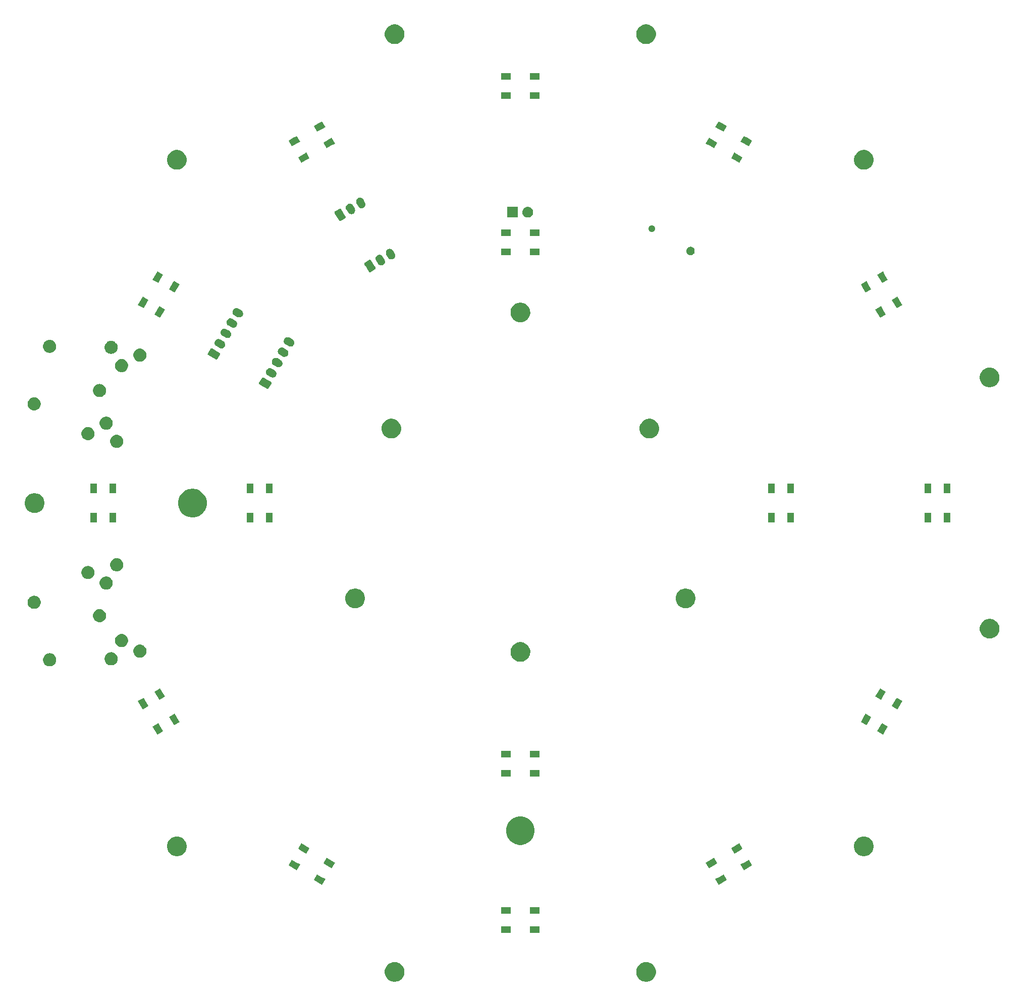
<source format=gbr>
G04 #@! TF.GenerationSoftware,KiCad,Pcbnew,(5.0.1-3-g963ef8bb5)*
G04 #@! TF.CreationDate,2019-09-11T13:55:26+02:00*
G04 #@! TF.ProjectId,crecol_v30,637265636F6C5F7633302E6B69636164,rev?*
G04 #@! TF.SameCoordinates,Original*
G04 #@! TF.FileFunction,Soldermask,Top*
G04 #@! TF.FilePolarity,Negative*
%FSLAX46Y46*%
G04 Gerber Fmt 4.6, Leading zero omitted, Abs format (unit mm)*
G04 Created by KiCad (PCBNEW (5.0.1-3-g963ef8bb5)) date 2019 September 11, Wednesday 13:55:26*
%MOMM*%
%LPD*%
G01*
G04 APERTURE LIST*
%ADD10C,0.100000*%
G04 APERTURE END LIST*
D10*
G36*
X121469008Y-177114253D02*
X121575331Y-177135402D01*
X121875794Y-177259858D01*
X122142604Y-177438135D01*
X122146206Y-177440542D01*
X122376165Y-177670501D01*
X122556850Y-177940915D01*
X122681305Y-178241377D01*
X122744752Y-178560344D01*
X122744752Y-178885566D01*
X122681305Y-179204533D01*
X122556850Y-179504995D01*
X122376165Y-179775409D01*
X122146206Y-180005368D01*
X122146203Y-180005370D01*
X121875794Y-180186052D01*
X121575331Y-180310508D01*
X121469008Y-180331657D01*
X121256363Y-180373955D01*
X120931141Y-180373955D01*
X120718496Y-180331657D01*
X120612173Y-180310508D01*
X120311710Y-180186052D01*
X120041301Y-180005370D01*
X120041298Y-180005368D01*
X119811339Y-179775409D01*
X119630654Y-179504995D01*
X119506199Y-179204533D01*
X119442752Y-178885566D01*
X119442752Y-178560344D01*
X119506199Y-178241377D01*
X119630654Y-177940915D01*
X119811339Y-177670501D01*
X120041298Y-177440542D01*
X120044900Y-177438135D01*
X120311710Y-177259858D01*
X120612173Y-177135402D01*
X120718496Y-177114253D01*
X120931141Y-177071955D01*
X121256363Y-177071955D01*
X121469008Y-177114253D01*
X121469008Y-177114253D01*
G37*
G36*
X79281504Y-177114253D02*
X79387827Y-177135402D01*
X79688290Y-177259858D01*
X79955100Y-177438135D01*
X79958702Y-177440542D01*
X80188661Y-177670501D01*
X80369346Y-177940915D01*
X80493801Y-178241377D01*
X80557248Y-178560344D01*
X80557248Y-178885566D01*
X80493801Y-179204533D01*
X80369346Y-179504995D01*
X80188661Y-179775409D01*
X79958702Y-180005368D01*
X79958699Y-180005370D01*
X79688290Y-180186052D01*
X79387827Y-180310508D01*
X79281504Y-180331657D01*
X79068859Y-180373955D01*
X78743637Y-180373955D01*
X78530992Y-180331657D01*
X78424669Y-180310508D01*
X78124206Y-180186052D01*
X77853797Y-180005370D01*
X77853794Y-180005368D01*
X77623835Y-179775409D01*
X77443150Y-179504995D01*
X77318695Y-179204533D01*
X77255248Y-178885566D01*
X77255248Y-178560344D01*
X77318695Y-178241377D01*
X77443150Y-177940915D01*
X77623835Y-177670501D01*
X77853794Y-177440542D01*
X77857396Y-177438135D01*
X78124206Y-177259858D01*
X78424669Y-177135402D01*
X78530992Y-177114253D01*
X78743637Y-177071955D01*
X79068859Y-177071955D01*
X79281504Y-177114253D01*
X79281504Y-177114253D01*
G37*
G36*
X103251000Y-172151000D02*
X101649000Y-172151000D01*
X101649000Y-171049000D01*
X103251000Y-171049000D01*
X103251000Y-172151000D01*
X103251000Y-172151000D01*
G37*
G36*
X98351000Y-172151000D02*
X96749000Y-172151000D01*
X96749000Y-171049000D01*
X98351000Y-171049000D01*
X98351000Y-172151000D01*
X98351000Y-172151000D01*
G37*
G36*
X103251000Y-168951000D02*
X101649000Y-168951000D01*
X101649000Y-167849000D01*
X103251000Y-167849000D01*
X103251000Y-168951000D01*
X103251000Y-168951000D01*
G37*
G36*
X98351000Y-168951000D02*
X96749000Y-168951000D01*
X96749000Y-167849000D01*
X98351000Y-167849000D01*
X98351000Y-168951000D01*
X98351000Y-168951000D01*
G37*
G36*
X66597262Y-162733461D02*
X67290949Y-163133961D01*
X66739949Y-164088321D01*
X66739948Y-164088321D01*
X66046262Y-163687821D01*
X65352575Y-163287321D01*
X65903575Y-162332961D01*
X65903576Y-162332961D01*
X66597262Y-162733461D01*
X66597262Y-162733461D01*
G37*
G36*
X134647425Y-163287321D02*
X133953738Y-163687821D01*
X133260052Y-164088321D01*
X133260051Y-164088321D01*
X132709051Y-163133961D01*
X133402738Y-162733461D01*
X134096424Y-162332961D01*
X134096425Y-162332961D01*
X134647425Y-163287321D01*
X134647425Y-163287321D01*
G37*
G36*
X138890949Y-160837321D02*
X138197262Y-161237821D01*
X137503576Y-161638321D01*
X137503575Y-161638321D01*
X136952575Y-160683961D01*
X137646262Y-160283461D01*
X138339948Y-159882961D01*
X138339949Y-159882961D01*
X138890949Y-160837321D01*
X138890949Y-160837321D01*
G37*
G36*
X62353738Y-160283461D02*
X63047425Y-160683961D01*
X62496425Y-161638321D01*
X62496424Y-161638321D01*
X61802738Y-161237821D01*
X61109051Y-160837321D01*
X61660051Y-159882961D01*
X61660052Y-159882961D01*
X62353738Y-160283461D01*
X62353738Y-160283461D01*
G37*
G36*
X133047425Y-160516039D02*
X132756575Y-160683961D01*
X131660052Y-161317039D01*
X131660051Y-161317039D01*
X131109051Y-160362679D01*
X131939948Y-159882961D01*
X132496424Y-159561679D01*
X132496425Y-159561679D01*
X133047425Y-160516039D01*
X133047425Y-160516039D01*
G37*
G36*
X68060052Y-159882961D02*
X68890949Y-160362679D01*
X68339949Y-161317039D01*
X68339948Y-161317039D01*
X67243425Y-160683961D01*
X66952575Y-160516039D01*
X67503575Y-159561679D01*
X67503576Y-159561679D01*
X68060052Y-159882961D01*
X68060052Y-159882961D01*
G37*
G36*
X42746053Y-156020501D02*
X42852376Y-156041650D01*
X43152839Y-156166106D01*
X43419649Y-156344383D01*
X43423251Y-156346790D01*
X43653210Y-156576749D01*
X43653212Y-156576752D01*
X43833894Y-156847161D01*
X43949857Y-157127119D01*
X43958350Y-157147625D01*
X44021797Y-157466592D01*
X44021797Y-157791814D01*
X43958350Y-158110781D01*
X43833895Y-158411243D01*
X43653210Y-158681657D01*
X43423251Y-158911616D01*
X43423248Y-158911618D01*
X43152839Y-159092300D01*
X42852376Y-159216756D01*
X42746053Y-159237905D01*
X42533408Y-159280203D01*
X42208186Y-159280203D01*
X41995541Y-159237905D01*
X41889218Y-159216756D01*
X41588755Y-159092300D01*
X41318346Y-158911618D01*
X41318343Y-158911616D01*
X41088384Y-158681657D01*
X40907699Y-158411243D01*
X40783244Y-158110781D01*
X40719797Y-157791814D01*
X40719797Y-157466592D01*
X40783244Y-157147625D01*
X40791738Y-157127119D01*
X40907700Y-156847161D01*
X41088382Y-156576752D01*
X41088384Y-156576749D01*
X41318343Y-156346790D01*
X41321945Y-156344383D01*
X41588755Y-156166106D01*
X41889218Y-156041650D01*
X41995541Y-156020501D01*
X42208186Y-155978203D01*
X42533408Y-155978203D01*
X42746053Y-156020501D01*
X42746053Y-156020501D01*
G37*
G36*
X158004459Y-156020501D02*
X158110782Y-156041650D01*
X158411245Y-156166106D01*
X158678055Y-156344383D01*
X158681657Y-156346790D01*
X158911616Y-156576749D01*
X158911618Y-156576752D01*
X159092300Y-156847161D01*
X159208263Y-157127119D01*
X159216756Y-157147625D01*
X159280203Y-157466592D01*
X159280203Y-157791814D01*
X159216756Y-158110781D01*
X159092301Y-158411243D01*
X158911616Y-158681657D01*
X158681657Y-158911616D01*
X158681654Y-158911618D01*
X158411245Y-159092300D01*
X158110782Y-159216756D01*
X158004459Y-159237905D01*
X157791814Y-159280203D01*
X157466592Y-159280203D01*
X157253947Y-159237905D01*
X157147624Y-159216756D01*
X156847161Y-159092300D01*
X156576752Y-158911618D01*
X156576749Y-158911616D01*
X156346790Y-158681657D01*
X156166105Y-158411243D01*
X156041650Y-158110781D01*
X155978203Y-157791814D01*
X155978203Y-157466592D01*
X156041650Y-157147625D01*
X156050144Y-157127119D01*
X156166106Y-156847161D01*
X156346788Y-156576752D01*
X156346790Y-156576749D01*
X156576749Y-156346790D01*
X156580351Y-156344383D01*
X156847161Y-156166106D01*
X157147624Y-156041650D01*
X157253947Y-156020501D01*
X157466592Y-155978203D01*
X157791814Y-155978203D01*
X158004459Y-156020501D01*
X158004459Y-156020501D01*
G37*
G36*
X63953738Y-157512179D02*
X64647425Y-157912679D01*
X64096425Y-158867039D01*
X64096424Y-158867039D01*
X63306966Y-158411245D01*
X62709051Y-158066039D01*
X63260051Y-157111679D01*
X63260052Y-157111679D01*
X63953738Y-157512179D01*
X63953738Y-157512179D01*
G37*
G36*
X137290949Y-158066039D02*
X136693034Y-158411245D01*
X135903576Y-158867039D01*
X135903575Y-158867039D01*
X135352575Y-157912679D01*
X136046262Y-157512179D01*
X136739948Y-157111679D01*
X136739949Y-157111679D01*
X137290949Y-158066039D01*
X137290949Y-158066039D01*
G37*
G36*
X100700142Y-152691942D02*
X100881081Y-152766890D01*
X101136967Y-152872881D01*
X101530105Y-153135567D01*
X101864433Y-153469895D01*
X102127119Y-153863033D01*
X102308058Y-154299859D01*
X102400300Y-154763590D01*
X102400300Y-155236410D01*
X102308058Y-155700141D01*
X102127119Y-156136967D01*
X101864433Y-156530105D01*
X101530105Y-156864433D01*
X101136967Y-157127119D01*
X100881081Y-157233110D01*
X100700142Y-157308058D01*
X100236410Y-157400300D01*
X99763590Y-157400300D01*
X99299858Y-157308058D01*
X99118919Y-157233110D01*
X98863033Y-157127119D01*
X98469895Y-156864433D01*
X98135567Y-156530105D01*
X97872881Y-156136967D01*
X97691942Y-155700141D01*
X97599700Y-155236410D01*
X97599700Y-154763590D01*
X97691942Y-154299859D01*
X97872881Y-153863033D01*
X98135567Y-153469895D01*
X98469895Y-153135567D01*
X98863033Y-152872881D01*
X99118919Y-152766890D01*
X99299858Y-152691942D01*
X99763590Y-152599700D01*
X100236410Y-152599700D01*
X100700142Y-152691942D01*
X100700142Y-152691942D01*
G37*
G36*
X98351000Y-145901000D02*
X96749000Y-145901000D01*
X96749000Y-144799000D01*
X98351000Y-144799000D01*
X98351000Y-145901000D01*
X98351000Y-145901000D01*
G37*
G36*
X103251000Y-145901000D02*
X101649000Y-145901000D01*
X101649000Y-144799000D01*
X103251000Y-144799000D01*
X103251000Y-145901000D01*
X103251000Y-145901000D01*
G37*
G36*
X98351000Y-142701000D02*
X96749000Y-142701000D01*
X96749000Y-141599000D01*
X98351000Y-141599000D01*
X98351000Y-142701000D01*
X98351000Y-142701000D01*
G37*
G36*
X103251000Y-142701000D02*
X101649000Y-142701000D01*
X101649000Y-141599000D01*
X103251000Y-141599000D01*
X103251000Y-142701000D01*
X103251000Y-142701000D01*
G37*
G36*
X39461399Y-137290949D02*
X40067039Y-138339948D01*
X40067039Y-138339949D01*
X39112679Y-138890949D01*
X38712179Y-138197262D01*
X38311679Y-137503576D01*
X38311679Y-137503575D01*
X39266039Y-136952575D01*
X39461399Y-137290949D01*
X39461399Y-137290949D01*
G37*
G36*
X161638321Y-137503575D02*
X161638321Y-137503576D01*
X161237821Y-138197262D01*
X160837321Y-138890949D01*
X159882961Y-138339949D01*
X159882961Y-138339948D01*
X160488601Y-137290949D01*
X160683961Y-136952575D01*
X161638321Y-137503575D01*
X161638321Y-137503575D01*
G37*
G36*
X42355441Y-135903575D02*
X42838321Y-136739948D01*
X42838321Y-136739949D01*
X41883961Y-137290949D01*
X41483461Y-136597262D01*
X41082961Y-135903576D01*
X41082961Y-135903575D01*
X42037321Y-135352575D01*
X42355441Y-135903575D01*
X42355441Y-135903575D01*
G37*
G36*
X158867039Y-135903575D02*
X158867039Y-135903576D01*
X158466539Y-136597262D01*
X158066039Y-137290949D01*
X157111679Y-136739949D01*
X157111679Y-136739948D01*
X157594559Y-135903575D01*
X157912679Y-135352575D01*
X158867039Y-135903575D01*
X158867039Y-135903575D01*
G37*
G36*
X37011399Y-133047425D02*
X37617039Y-134096424D01*
X37617039Y-134096425D01*
X36662679Y-134647425D01*
X36262179Y-133953738D01*
X35861679Y-133260052D01*
X35861679Y-133260051D01*
X36816039Y-132709051D01*
X37011399Y-133047425D01*
X37011399Y-133047425D01*
G37*
G36*
X164088321Y-133260051D02*
X164088321Y-133260052D01*
X163687821Y-133953738D01*
X163287321Y-134647425D01*
X162332961Y-134096425D01*
X162332961Y-134096424D01*
X162938601Y-133047425D01*
X163133961Y-132709051D01*
X164088321Y-133260051D01*
X164088321Y-133260051D01*
G37*
G36*
X39905441Y-131660051D02*
X40388321Y-132496424D01*
X40388321Y-132496425D01*
X39433961Y-133047425D01*
X39033461Y-132353738D01*
X38632961Y-131660052D01*
X38632961Y-131660051D01*
X39587321Y-131109051D01*
X39905441Y-131660051D01*
X39905441Y-131660051D01*
G37*
G36*
X161317039Y-131660051D02*
X161317039Y-131660052D01*
X160916539Y-132353738D01*
X160516039Y-133047425D01*
X159561679Y-132496425D01*
X159561679Y-132496424D01*
X160044559Y-131660051D01*
X160362679Y-131109051D01*
X161317039Y-131660051D01*
X161317039Y-131660051D01*
G37*
G36*
X21249632Y-125237976D02*
X21355987Y-125259131D01*
X21426827Y-125288474D01*
X21556353Y-125342125D01*
X21736687Y-125462621D01*
X21890036Y-125615970D01*
X21890038Y-125615973D01*
X21890039Y-125615974D01*
X21949890Y-125705547D01*
X22010532Y-125796304D01*
X22022849Y-125826041D01*
X22093526Y-125996670D01*
X22104622Y-126052454D01*
X22135837Y-126209380D01*
X22135837Y-126426260D01*
X22128509Y-126463098D01*
X22103754Y-126587553D01*
X22093526Y-126638969D01*
X22010532Y-126839336D01*
X21890036Y-127019670D01*
X21736687Y-127173019D01*
X21736684Y-127173021D01*
X21736683Y-127173022D01*
X21628296Y-127245444D01*
X21556353Y-127293515D01*
X21426827Y-127347166D01*
X21355987Y-127376509D01*
X21249631Y-127397665D01*
X21143277Y-127418820D01*
X20926397Y-127418820D01*
X20820043Y-127397665D01*
X20713687Y-127376509D01*
X20642847Y-127347166D01*
X20513321Y-127293515D01*
X20441378Y-127245444D01*
X20332991Y-127173022D01*
X20332990Y-127173021D01*
X20332987Y-127173019D01*
X20179638Y-127019670D01*
X20059142Y-126839336D01*
X19976148Y-126638969D01*
X19965921Y-126587553D01*
X19941165Y-126463098D01*
X19933837Y-126426260D01*
X19933837Y-126209380D01*
X19965052Y-126052454D01*
X19976148Y-125996670D01*
X20046825Y-125826041D01*
X20059142Y-125796304D01*
X20119784Y-125705547D01*
X20179635Y-125615974D01*
X20179636Y-125615973D01*
X20179638Y-125615970D01*
X20332987Y-125462621D01*
X20513321Y-125342125D01*
X20642847Y-125288474D01*
X20713687Y-125259131D01*
X20820042Y-125237976D01*
X20926397Y-125216820D01*
X21143277Y-125216820D01*
X21249632Y-125237976D01*
X21249632Y-125237976D01*
G37*
G36*
X31555937Y-125064599D02*
X31662293Y-125085755D01*
X31733133Y-125115098D01*
X31862659Y-125168749D01*
X31862662Y-125168751D01*
X31997925Y-125259131D01*
X32042993Y-125289245D01*
X32196342Y-125442594D01*
X32196344Y-125442597D01*
X32196345Y-125442598D01*
X32312189Y-125615970D01*
X32316838Y-125622928D01*
X32351061Y-125705550D01*
X32399832Y-125823294D01*
X32442143Y-126036005D01*
X32442143Y-126252883D01*
X32400329Y-126463097D01*
X32399832Y-126465593D01*
X32316838Y-126665960D01*
X32316836Y-126665963D01*
X32200990Y-126839339D01*
X32196342Y-126846294D01*
X32042993Y-126999643D01*
X31862659Y-127120139D01*
X31734994Y-127173019D01*
X31662293Y-127203133D01*
X31555938Y-127224288D01*
X31449583Y-127245444D01*
X31232703Y-127245444D01*
X31126348Y-127224288D01*
X31019993Y-127203133D01*
X30947292Y-127173019D01*
X30819627Y-127120139D01*
X30639293Y-126999643D01*
X30485944Y-126846294D01*
X30481297Y-126839339D01*
X30365450Y-126665963D01*
X30365448Y-126665960D01*
X30282454Y-126465593D01*
X30281958Y-126463097D01*
X30240143Y-126252883D01*
X30240143Y-126036005D01*
X30282454Y-125823294D01*
X30331225Y-125705550D01*
X30365448Y-125622928D01*
X30370097Y-125615970D01*
X30485941Y-125442598D01*
X30485942Y-125442597D01*
X30485944Y-125442594D01*
X30639293Y-125289245D01*
X30684362Y-125259131D01*
X30819624Y-125168751D01*
X30819627Y-125168749D01*
X30949153Y-125115098D01*
X31019993Y-125085755D01*
X31126349Y-125064599D01*
X31232703Y-125043444D01*
X31449583Y-125043444D01*
X31555937Y-125064599D01*
X31555937Y-125064599D01*
G37*
G36*
X100375256Y-123391298D02*
X100481579Y-123412447D01*
X100782042Y-123536903D01*
X101048852Y-123715180D01*
X101052454Y-123717587D01*
X101282413Y-123947546D01*
X101282415Y-123947549D01*
X101463097Y-124217958D01*
X101587553Y-124518421D01*
X101589697Y-124529199D01*
X101651000Y-124837389D01*
X101651000Y-125162611D01*
X101649232Y-125171497D01*
X101587553Y-125481579D01*
X101463097Y-125782042D01*
X101433696Y-125826043D01*
X101282413Y-126052454D01*
X101052454Y-126282413D01*
X101052451Y-126282415D01*
X100782042Y-126463097D01*
X100782041Y-126463098D01*
X100782040Y-126463098D01*
X100776014Y-126465594D01*
X100481579Y-126587553D01*
X100375256Y-126608702D01*
X100162611Y-126651000D01*
X99837389Y-126651000D01*
X99624744Y-126608702D01*
X99518421Y-126587553D01*
X99223986Y-126465594D01*
X99217960Y-126463098D01*
X99217959Y-126463098D01*
X99217958Y-126463097D01*
X98947549Y-126282415D01*
X98947546Y-126282413D01*
X98717587Y-126052454D01*
X98566304Y-125826043D01*
X98536903Y-125782042D01*
X98412447Y-125481579D01*
X98350768Y-125171497D01*
X98349000Y-125162611D01*
X98349000Y-124837389D01*
X98410303Y-124529199D01*
X98412447Y-124518421D01*
X98536903Y-124217958D01*
X98717585Y-123947549D01*
X98717587Y-123947546D01*
X98947546Y-123717587D01*
X98951148Y-123715180D01*
X99217958Y-123536903D01*
X99518421Y-123412447D01*
X99624744Y-123391298D01*
X99837389Y-123349000D01*
X100162611Y-123349000D01*
X100375256Y-123391298D01*
X100375256Y-123391298D01*
G37*
G36*
X36385566Y-123770503D02*
X36491922Y-123791659D01*
X36562762Y-123821002D01*
X36692288Y-123874653D01*
X36692291Y-123874655D01*
X36801380Y-123947546D01*
X36872622Y-123995149D01*
X37025971Y-124148498D01*
X37146467Y-124328832D01*
X37229461Y-124529199D01*
X37271772Y-124741908D01*
X37271772Y-124958788D01*
X37229461Y-125171497D01*
X37146467Y-125371864D01*
X37146465Y-125371867D01*
X37073158Y-125481579D01*
X37025971Y-125552198D01*
X36872622Y-125705547D01*
X36692288Y-125826043D01*
X36562762Y-125879694D01*
X36491922Y-125909037D01*
X36385567Y-125930192D01*
X36279212Y-125951348D01*
X36062332Y-125951348D01*
X35955977Y-125930192D01*
X35849622Y-125909037D01*
X35778782Y-125879694D01*
X35649256Y-125826043D01*
X35468922Y-125705547D01*
X35315573Y-125552198D01*
X35268387Y-125481579D01*
X35195079Y-125371867D01*
X35195077Y-125371864D01*
X35112083Y-125171497D01*
X35069772Y-124958788D01*
X35069772Y-124741908D01*
X35112083Y-124529199D01*
X35195077Y-124328832D01*
X35315573Y-124148498D01*
X35468922Y-123995149D01*
X35540165Y-123947546D01*
X35649253Y-123874655D01*
X35649256Y-123874653D01*
X35778782Y-123821002D01*
X35849622Y-123791659D01*
X35955978Y-123770503D01*
X36062332Y-123749348D01*
X36279212Y-123749348D01*
X36385566Y-123770503D01*
X36385566Y-123770503D01*
G37*
G36*
X33323705Y-122002738D02*
X33430060Y-122023893D01*
X33500900Y-122053236D01*
X33630426Y-122106887D01*
X33810760Y-122227383D01*
X33964109Y-122380732D01*
X34084605Y-122561066D01*
X34167599Y-122761433D01*
X34209910Y-122974142D01*
X34209910Y-123191022D01*
X34167599Y-123403731D01*
X34084605Y-123604098D01*
X33964109Y-123784432D01*
X33810760Y-123937781D01*
X33810757Y-123937783D01*
X33810756Y-123937784D01*
X33724908Y-123995146D01*
X33630426Y-124058277D01*
X33500900Y-124111928D01*
X33430060Y-124141271D01*
X33393707Y-124148502D01*
X33217350Y-124183582D01*
X33000470Y-124183582D01*
X32824113Y-124148502D01*
X32787760Y-124141271D01*
X32716920Y-124111928D01*
X32587394Y-124058277D01*
X32492912Y-123995146D01*
X32407064Y-123937784D01*
X32407063Y-123937783D01*
X32407060Y-123937781D01*
X32253711Y-123784432D01*
X32133215Y-123604098D01*
X32050221Y-123403731D01*
X32007910Y-123191022D01*
X32007910Y-122974142D01*
X32050221Y-122761433D01*
X32133215Y-122561066D01*
X32253711Y-122380732D01*
X32407060Y-122227383D01*
X32587394Y-122106887D01*
X32716920Y-122053236D01*
X32787760Y-122023893D01*
X32894115Y-122002738D01*
X33000470Y-121981582D01*
X33217350Y-121981582D01*
X33323705Y-122002738D01*
X33323705Y-122002738D01*
G37*
G36*
X179098211Y-119485050D02*
X179204534Y-119506199D01*
X179504997Y-119630655D01*
X179691390Y-119755199D01*
X179775409Y-119811339D01*
X180005368Y-120041298D01*
X180005370Y-120041301D01*
X180186052Y-120311710D01*
X180310508Y-120612173D01*
X180373955Y-120931143D01*
X180373955Y-121256361D01*
X180310508Y-121575331D01*
X180186052Y-121875794D01*
X180087095Y-122023893D01*
X180005368Y-122146206D01*
X179775409Y-122376165D01*
X179775406Y-122376167D01*
X179504997Y-122556849D01*
X179504996Y-122556850D01*
X179504995Y-122556850D01*
X179416992Y-122593302D01*
X179204534Y-122681305D01*
X179098211Y-122702454D01*
X178885566Y-122744752D01*
X178560344Y-122744752D01*
X178347699Y-122702454D01*
X178241376Y-122681305D01*
X178028918Y-122593302D01*
X177940915Y-122556850D01*
X177940914Y-122556850D01*
X177940913Y-122556849D01*
X177670504Y-122376167D01*
X177670501Y-122376165D01*
X177440542Y-122146206D01*
X177358815Y-122023893D01*
X177259858Y-121875794D01*
X177135402Y-121575331D01*
X177071955Y-121256361D01*
X177071955Y-120931143D01*
X177135402Y-120612173D01*
X177259858Y-120311710D01*
X177440540Y-120041301D01*
X177440542Y-120041298D01*
X177670501Y-119811339D01*
X177754520Y-119755199D01*
X177940913Y-119630655D01*
X178241376Y-119506199D01*
X178347699Y-119485050D01*
X178560344Y-119442752D01*
X178885566Y-119442752D01*
X179098211Y-119485050D01*
X179098211Y-119485050D01*
G37*
G36*
X29614795Y-117820156D02*
X29721150Y-117841311D01*
X29791990Y-117870654D01*
X29921516Y-117924305D01*
X30101850Y-118044801D01*
X30255199Y-118198150D01*
X30375695Y-118378484D01*
X30458689Y-118578851D01*
X30501000Y-118791560D01*
X30501000Y-119008440D01*
X30458689Y-119221149D01*
X30375695Y-119421516D01*
X30375693Y-119421519D01*
X30361506Y-119442752D01*
X30255199Y-119601850D01*
X30101850Y-119755199D01*
X29921516Y-119875695D01*
X29791990Y-119929346D01*
X29721150Y-119958689D01*
X29614795Y-119979844D01*
X29508440Y-120001000D01*
X29291560Y-120001000D01*
X29185205Y-119979844D01*
X29078850Y-119958689D01*
X29008010Y-119929346D01*
X28878484Y-119875695D01*
X28698150Y-119755199D01*
X28544801Y-119601850D01*
X28438495Y-119442752D01*
X28424307Y-119421519D01*
X28424305Y-119421516D01*
X28341311Y-119221149D01*
X28299000Y-119008440D01*
X28299000Y-118791560D01*
X28341311Y-118578851D01*
X28424305Y-118378484D01*
X28544801Y-118198150D01*
X28698150Y-118044801D01*
X28878484Y-117924305D01*
X29008010Y-117870654D01*
X29078850Y-117841311D01*
X29185205Y-117820156D01*
X29291560Y-117799000D01*
X29508440Y-117799000D01*
X29614795Y-117820156D01*
X29614795Y-117820156D01*
G37*
G36*
X18661441Y-115578716D02*
X18767797Y-115599872D01*
X18838637Y-115629215D01*
X18968163Y-115682866D01*
X19148497Y-115803362D01*
X19301846Y-115956711D01*
X19422342Y-116137045D01*
X19505336Y-116337412D01*
X19547647Y-116550121D01*
X19547647Y-116767001D01*
X19505336Y-116979710D01*
X19422342Y-117180077D01*
X19301846Y-117360411D01*
X19148497Y-117513760D01*
X18968163Y-117634256D01*
X18838637Y-117687907D01*
X18767797Y-117717250D01*
X18661442Y-117738405D01*
X18555087Y-117759561D01*
X18338207Y-117759561D01*
X18231852Y-117738405D01*
X18125497Y-117717250D01*
X18054657Y-117687907D01*
X17925131Y-117634256D01*
X17744797Y-117513760D01*
X17591448Y-117360411D01*
X17470952Y-117180077D01*
X17387958Y-116979710D01*
X17345647Y-116767001D01*
X17345647Y-116550121D01*
X17387958Y-116337412D01*
X17470952Y-116137045D01*
X17591448Y-115956711D01*
X17744797Y-115803362D01*
X17925131Y-115682866D01*
X18054657Y-115629215D01*
X18125497Y-115599872D01*
X18231853Y-115578716D01*
X18338207Y-115557561D01*
X18555087Y-115557561D01*
X18661441Y-115578716D01*
X18661441Y-115578716D01*
G37*
G36*
X128088069Y-114391298D02*
X128194392Y-114412447D01*
X128406850Y-114500450D01*
X128464485Y-114524323D01*
X128494855Y-114536903D01*
X128761665Y-114715180D01*
X128765267Y-114717587D01*
X128995226Y-114947546D01*
X129175911Y-115217960D01*
X129300366Y-115518422D01*
X129357045Y-115803362D01*
X129363813Y-115837391D01*
X129363813Y-116162609D01*
X129300366Y-116481579D01*
X129212363Y-116694037D01*
X129175911Y-116782040D01*
X128995226Y-117052454D01*
X128765267Y-117282413D01*
X128765264Y-117282415D01*
X128494855Y-117463097D01*
X128194392Y-117587553D01*
X128088069Y-117608702D01*
X127875424Y-117651000D01*
X127550202Y-117651000D01*
X127337557Y-117608702D01*
X127231234Y-117587553D01*
X126930771Y-117463097D01*
X126660362Y-117282415D01*
X126660359Y-117282413D01*
X126430400Y-117052454D01*
X126249715Y-116782040D01*
X126213263Y-116694037D01*
X126125260Y-116481579D01*
X126061813Y-116162609D01*
X126061813Y-115837391D01*
X126068582Y-115803362D01*
X126125260Y-115518422D01*
X126249715Y-115217960D01*
X126430400Y-114947546D01*
X126660359Y-114717587D01*
X126663961Y-114715180D01*
X126930771Y-114536903D01*
X126961142Y-114524323D01*
X127018776Y-114500450D01*
X127231234Y-114412447D01*
X127337557Y-114391298D01*
X127550202Y-114349000D01*
X127875424Y-114349000D01*
X128088069Y-114391298D01*
X128088069Y-114391298D01*
G37*
G36*
X72662443Y-114391298D02*
X72768766Y-114412447D01*
X72981224Y-114500450D01*
X73038859Y-114524323D01*
X73069229Y-114536903D01*
X73336039Y-114715180D01*
X73339641Y-114717587D01*
X73569600Y-114947546D01*
X73750285Y-115217960D01*
X73874740Y-115518422D01*
X73931419Y-115803362D01*
X73938187Y-115837391D01*
X73938187Y-116162609D01*
X73874740Y-116481579D01*
X73786737Y-116694037D01*
X73750285Y-116782040D01*
X73569600Y-117052454D01*
X73339641Y-117282413D01*
X73339638Y-117282415D01*
X73069229Y-117463097D01*
X72768766Y-117587553D01*
X72662443Y-117608702D01*
X72449798Y-117651000D01*
X72124576Y-117651000D01*
X71911931Y-117608702D01*
X71805608Y-117587553D01*
X71505145Y-117463097D01*
X71234736Y-117282415D01*
X71234733Y-117282413D01*
X71004774Y-117052454D01*
X70824089Y-116782040D01*
X70787637Y-116694037D01*
X70699634Y-116481579D01*
X70636187Y-116162609D01*
X70636187Y-115837391D01*
X70642956Y-115803362D01*
X70699634Y-115518422D01*
X70824089Y-115217960D01*
X71004774Y-114947546D01*
X71234733Y-114717587D01*
X71238335Y-114715180D01*
X71505145Y-114536903D01*
X71535516Y-114524323D01*
X71593150Y-114500450D01*
X71805608Y-114412447D01*
X71911931Y-114391298D01*
X72124576Y-114349000D01*
X72449798Y-114349000D01*
X72662443Y-114391298D01*
X72662443Y-114391298D01*
G37*
G36*
X30735513Y-112343478D02*
X30841869Y-112364634D01*
X30912709Y-112393977D01*
X31042235Y-112447628D01*
X31222569Y-112568124D01*
X31375918Y-112721473D01*
X31496414Y-112901807D01*
X31579408Y-113102174D01*
X31621719Y-113314883D01*
X31621719Y-113531763D01*
X31579408Y-113744472D01*
X31496414Y-113944839D01*
X31375918Y-114125173D01*
X31222569Y-114278522D01*
X31042235Y-114399018D01*
X30912709Y-114452669D01*
X30841869Y-114482012D01*
X30735514Y-114503167D01*
X30629159Y-114524323D01*
X30412279Y-114524323D01*
X30305924Y-114503167D01*
X30199569Y-114482012D01*
X30128729Y-114452669D01*
X29999203Y-114399018D01*
X29818869Y-114278522D01*
X29665520Y-114125173D01*
X29545024Y-113944839D01*
X29462030Y-113744472D01*
X29419719Y-113531763D01*
X29419719Y-113314883D01*
X29462030Y-113102174D01*
X29545024Y-112901807D01*
X29665520Y-112721473D01*
X29818869Y-112568124D01*
X29999203Y-112447628D01*
X30128729Y-112393977D01*
X30199569Y-112364634D01*
X30305925Y-112343478D01*
X30412279Y-112322323D01*
X30629159Y-112322323D01*
X30735513Y-112343478D01*
X30735513Y-112343478D01*
G37*
G36*
X27673651Y-110575711D02*
X27780007Y-110596867D01*
X27850847Y-110626210D01*
X27980373Y-110679861D01*
X28160707Y-110800357D01*
X28314056Y-110953706D01*
X28314058Y-110953709D01*
X28314059Y-110953710D01*
X28387292Y-111063311D01*
X28434552Y-111134040D01*
X28468774Y-111216660D01*
X28517546Y-111334406D01*
X28518093Y-111337156D01*
X28559857Y-111547116D01*
X28559857Y-111763996D01*
X28517546Y-111976705D01*
X28434552Y-112177072D01*
X28314056Y-112357406D01*
X28160707Y-112510755D01*
X27980373Y-112631251D01*
X27850847Y-112684902D01*
X27780007Y-112714245D01*
X27743649Y-112721477D01*
X27567297Y-112756556D01*
X27350417Y-112756556D01*
X27174065Y-112721477D01*
X27137707Y-112714245D01*
X27066867Y-112684902D01*
X26937341Y-112631251D01*
X26757007Y-112510755D01*
X26603658Y-112357406D01*
X26483162Y-112177072D01*
X26400168Y-111976705D01*
X26357857Y-111763996D01*
X26357857Y-111547116D01*
X26399621Y-111337156D01*
X26400168Y-111334406D01*
X26448940Y-111216660D01*
X26483162Y-111134040D01*
X26530422Y-111063311D01*
X26603655Y-110953710D01*
X26603656Y-110953709D01*
X26603658Y-110953706D01*
X26757007Y-110800357D01*
X26937341Y-110679861D01*
X27066867Y-110626210D01*
X27137707Y-110596867D01*
X27244063Y-110575711D01*
X27350417Y-110554556D01*
X27567297Y-110554556D01*
X27673651Y-110575711D01*
X27673651Y-110575711D01*
G37*
G36*
X32503280Y-109281616D02*
X32609636Y-109302772D01*
X32680476Y-109332115D01*
X32810002Y-109385766D01*
X32990336Y-109506262D01*
X33143685Y-109659611D01*
X33264181Y-109839945D01*
X33317832Y-109969471D01*
X33347175Y-110040311D01*
X33389486Y-110253022D01*
X33389486Y-110469900D01*
X33347722Y-110679863D01*
X33347175Y-110682610D01*
X33264181Y-110882977D01*
X33264179Y-110882980D01*
X33216919Y-110953710D01*
X33143685Y-111063311D01*
X32990336Y-111216660D01*
X32810002Y-111337156D01*
X32680476Y-111390807D01*
X32609636Y-111420150D01*
X32503281Y-111441305D01*
X32396926Y-111462461D01*
X32180046Y-111462461D01*
X32073691Y-111441305D01*
X31967336Y-111420150D01*
X31896496Y-111390807D01*
X31766970Y-111337156D01*
X31586636Y-111216660D01*
X31433287Y-111063311D01*
X31360054Y-110953710D01*
X31312793Y-110882980D01*
X31312791Y-110882977D01*
X31229797Y-110682610D01*
X31229251Y-110679863D01*
X31187486Y-110469900D01*
X31187486Y-110253022D01*
X31229797Y-110040311D01*
X31259140Y-109969471D01*
X31312791Y-109839945D01*
X31433287Y-109659611D01*
X31586636Y-109506262D01*
X31766970Y-109385766D01*
X31896496Y-109332115D01*
X31967336Y-109302772D01*
X32073692Y-109281616D01*
X32180046Y-109260461D01*
X32396926Y-109260461D01*
X32503280Y-109281616D01*
X32503280Y-109281616D01*
G37*
G36*
X32151000Y-103251000D02*
X31049000Y-103251000D01*
X31049000Y-101649000D01*
X32151000Y-101649000D01*
X32151000Y-103251000D01*
X32151000Y-103251000D01*
G37*
G36*
X145901000Y-103251000D02*
X144799000Y-103251000D01*
X144799000Y-101649000D01*
X145901000Y-101649000D01*
X145901000Y-103251000D01*
X145901000Y-103251000D01*
G37*
G36*
X142701000Y-103251000D02*
X141599000Y-103251000D01*
X141599000Y-101649000D01*
X142701000Y-101649000D01*
X142701000Y-103251000D01*
X142701000Y-103251000D01*
G37*
G36*
X28951000Y-103251000D02*
X27849000Y-103251000D01*
X27849000Y-101649000D01*
X28951000Y-101649000D01*
X28951000Y-103251000D01*
X28951000Y-103251000D01*
G37*
G36*
X168951000Y-103251000D02*
X167849000Y-103251000D01*
X167849000Y-101649000D01*
X168951000Y-101649000D01*
X168951000Y-103251000D01*
X168951000Y-103251000D01*
G37*
G36*
X172151000Y-103251000D02*
X171049000Y-103251000D01*
X171049000Y-101649000D01*
X172151000Y-101649000D01*
X172151000Y-103251000D01*
X172151000Y-103251000D01*
G37*
G36*
X58401000Y-103251000D02*
X57299000Y-103251000D01*
X57299000Y-101649000D01*
X58401000Y-101649000D01*
X58401000Y-103251000D01*
X58401000Y-103251000D01*
G37*
G36*
X55201000Y-103251000D02*
X54099000Y-103251000D01*
X54099000Y-101649000D01*
X55201000Y-101649000D01*
X55201000Y-103251000D01*
X55201000Y-103251000D01*
G37*
G36*
X45468275Y-97645821D02*
X45700142Y-97691942D01*
X45881081Y-97766890D01*
X46136967Y-97872881D01*
X46530105Y-98135567D01*
X46864433Y-98469895D01*
X47127119Y-98863033D01*
X47233110Y-99118919D01*
X47308058Y-99299858D01*
X47400300Y-99763591D01*
X47400300Y-100236409D01*
X47308058Y-100700142D01*
X47274134Y-100782042D01*
X47127119Y-101136967D01*
X46864433Y-101530105D01*
X46530105Y-101864433D01*
X46136967Y-102127119D01*
X45881081Y-102233110D01*
X45700142Y-102308058D01*
X45236410Y-102400300D01*
X44763590Y-102400300D01*
X44531725Y-102354179D01*
X44299858Y-102308058D01*
X44118919Y-102233110D01*
X43863033Y-102127119D01*
X43469895Y-101864433D01*
X43135567Y-101530105D01*
X42872881Y-101136967D01*
X42725866Y-100782042D01*
X42691942Y-100700142D01*
X42599700Y-100236409D01*
X42599700Y-99763591D01*
X42691942Y-99299858D01*
X42766890Y-99118919D01*
X42872881Y-98863033D01*
X43135567Y-98469895D01*
X43469895Y-98135567D01*
X43863033Y-97872881D01*
X44118919Y-97766890D01*
X44299858Y-97691942D01*
X44531725Y-97645821D01*
X44763590Y-97599700D01*
X45236410Y-97599700D01*
X45468275Y-97645821D01*
X45468275Y-97645821D01*
G37*
G36*
X18875256Y-98391298D02*
X18981579Y-98412447D01*
X19282042Y-98536903D01*
X19548852Y-98715180D01*
X19552454Y-98717587D01*
X19782413Y-98947546D01*
X19963098Y-99217960D01*
X20087553Y-99518422D01*
X20151000Y-99837389D01*
X20151000Y-100162611D01*
X20087553Y-100481578D01*
X19963098Y-100782040D01*
X19782413Y-101052454D01*
X19552454Y-101282413D01*
X19552451Y-101282415D01*
X19282042Y-101463097D01*
X18981579Y-101587553D01*
X18875256Y-101608702D01*
X18662611Y-101651000D01*
X18337389Y-101651000D01*
X18124744Y-101608702D01*
X18018421Y-101587553D01*
X17717958Y-101463097D01*
X17447549Y-101282415D01*
X17447546Y-101282413D01*
X17217587Y-101052454D01*
X17036902Y-100782040D01*
X16912447Y-100481578D01*
X16849000Y-100162611D01*
X16849000Y-99837389D01*
X16912447Y-99518422D01*
X17036902Y-99217960D01*
X17217587Y-98947546D01*
X17447546Y-98717587D01*
X17451148Y-98715180D01*
X17717958Y-98536903D01*
X18018421Y-98412447D01*
X18124744Y-98391298D01*
X18337389Y-98349000D01*
X18662611Y-98349000D01*
X18875256Y-98391298D01*
X18875256Y-98391298D01*
G37*
G36*
X168951000Y-98351000D02*
X167849000Y-98351000D01*
X167849000Y-96749000D01*
X168951000Y-96749000D01*
X168951000Y-98351000D01*
X168951000Y-98351000D01*
G37*
G36*
X58401000Y-98351000D02*
X57299000Y-98351000D01*
X57299000Y-96749000D01*
X58401000Y-96749000D01*
X58401000Y-98351000D01*
X58401000Y-98351000D01*
G37*
G36*
X55201000Y-98351000D02*
X54099000Y-98351000D01*
X54099000Y-96749000D01*
X55201000Y-96749000D01*
X55201000Y-98351000D01*
X55201000Y-98351000D01*
G37*
G36*
X142701000Y-98351000D02*
X141599000Y-98351000D01*
X141599000Y-96749000D01*
X142701000Y-96749000D01*
X142701000Y-98351000D01*
X142701000Y-98351000D01*
G37*
G36*
X145901000Y-98351000D02*
X144799000Y-98351000D01*
X144799000Y-96749000D01*
X145901000Y-96749000D01*
X145901000Y-98351000D01*
X145901000Y-98351000D01*
G37*
G36*
X32151000Y-98351000D02*
X31049000Y-98351000D01*
X31049000Y-96749000D01*
X32151000Y-96749000D01*
X32151000Y-98351000D01*
X32151000Y-98351000D01*
G37*
G36*
X28951000Y-98351000D02*
X27849000Y-98351000D01*
X27849000Y-96749000D01*
X28951000Y-96749000D01*
X28951000Y-98351000D01*
X28951000Y-98351000D01*
G37*
G36*
X172151000Y-98351000D02*
X171049000Y-98351000D01*
X171049000Y-96749000D01*
X172151000Y-96749000D01*
X172151000Y-98351000D01*
X172151000Y-98351000D01*
G37*
G36*
X32471908Y-88552454D02*
X32609636Y-88579850D01*
X32680476Y-88609193D01*
X32810002Y-88662844D01*
X32990336Y-88783340D01*
X33143685Y-88936689D01*
X33143687Y-88936692D01*
X33143688Y-88936693D01*
X33216921Y-89046294D01*
X33264181Y-89117023D01*
X33298403Y-89199643D01*
X33347175Y-89317389D01*
X33347722Y-89320139D01*
X33389486Y-89530099D01*
X33389486Y-89746979D01*
X33347175Y-89959688D01*
X33264181Y-90160055D01*
X33143685Y-90340389D01*
X32990336Y-90493738D01*
X32810002Y-90614234D01*
X32680476Y-90667885D01*
X32609636Y-90697228D01*
X32503280Y-90718384D01*
X32396926Y-90739539D01*
X32180046Y-90739539D01*
X32073692Y-90718384D01*
X31967336Y-90697228D01*
X31896496Y-90667885D01*
X31766970Y-90614234D01*
X31586636Y-90493738D01*
X31433287Y-90340389D01*
X31312791Y-90160055D01*
X31229797Y-89959688D01*
X31187486Y-89746979D01*
X31187486Y-89530099D01*
X31229250Y-89320139D01*
X31229797Y-89317389D01*
X31278569Y-89199643D01*
X31312791Y-89117023D01*
X31360051Y-89046294D01*
X31433284Y-88936693D01*
X31433285Y-88936692D01*
X31433287Y-88936689D01*
X31586636Y-88783340D01*
X31766970Y-88662844D01*
X31896496Y-88609193D01*
X31967336Y-88579850D01*
X32105064Y-88552454D01*
X32180046Y-88537539D01*
X32396926Y-88537539D01*
X32471908Y-88552454D01*
X32471908Y-88552454D01*
G37*
G36*
X27673652Y-87264600D02*
X27780007Y-87285755D01*
X27850847Y-87315098D01*
X27980373Y-87368749D01*
X28160707Y-87489245D01*
X28314056Y-87642594D01*
X28434552Y-87822928D01*
X28488203Y-87952454D01*
X28517546Y-88023294D01*
X28559857Y-88236005D01*
X28559857Y-88452883D01*
X28518093Y-88662846D01*
X28517546Y-88665593D01*
X28434552Y-88865960D01*
X28434550Y-88865963D01*
X28387290Y-88936693D01*
X28314056Y-89046294D01*
X28160707Y-89199643D01*
X27980373Y-89320139D01*
X27850847Y-89373790D01*
X27780007Y-89403133D01*
X27673651Y-89424289D01*
X27567297Y-89445444D01*
X27350417Y-89445444D01*
X27244063Y-89424289D01*
X27137707Y-89403133D01*
X27066867Y-89373790D01*
X26937341Y-89320139D01*
X26757007Y-89199643D01*
X26603658Y-89046294D01*
X26530425Y-88936693D01*
X26483164Y-88865963D01*
X26483162Y-88865960D01*
X26400168Y-88665593D01*
X26399622Y-88662846D01*
X26357857Y-88452883D01*
X26357857Y-88236005D01*
X26400168Y-88023294D01*
X26429511Y-87952454D01*
X26483162Y-87822928D01*
X26603658Y-87642594D01*
X26757007Y-87489245D01*
X26937341Y-87368749D01*
X27066867Y-87315098D01*
X27137707Y-87285755D01*
X27244062Y-87264600D01*
X27350417Y-87243444D01*
X27567297Y-87243444D01*
X27673652Y-87264600D01*
X27673652Y-87264600D01*
G37*
G36*
X78724621Y-85891298D02*
X78830944Y-85912447D01*
X79131407Y-86036903D01*
X79158727Y-86055158D01*
X79401819Y-86217587D01*
X79631778Y-86447546D01*
X79631780Y-86447549D01*
X79790518Y-86685116D01*
X79812463Y-86717960D01*
X79936918Y-87018422D01*
X79988657Y-87278527D01*
X80000365Y-87337391D01*
X80000365Y-87662609D01*
X79936918Y-87981579D01*
X79848915Y-88194037D01*
X79812463Y-88282040D01*
X79631778Y-88552454D01*
X79401819Y-88782413D01*
X79401816Y-88782415D01*
X79131407Y-88963097D01*
X78830944Y-89087553D01*
X78724621Y-89108702D01*
X78511976Y-89151000D01*
X78186754Y-89151000D01*
X77974109Y-89108702D01*
X77867786Y-89087553D01*
X77567323Y-88963097D01*
X77296914Y-88782415D01*
X77296911Y-88782413D01*
X77066952Y-88552454D01*
X76886267Y-88282040D01*
X76849815Y-88194037D01*
X76761812Y-87981579D01*
X76698365Y-87662609D01*
X76698365Y-87337391D01*
X76710074Y-87278527D01*
X76761812Y-87018422D01*
X76886267Y-86717960D01*
X76908213Y-86685116D01*
X77066950Y-86447549D01*
X77066952Y-86447546D01*
X77296911Y-86217587D01*
X77540003Y-86055158D01*
X77567323Y-86036903D01*
X77867786Y-85912447D01*
X77974109Y-85891298D01*
X78186754Y-85849000D01*
X78511976Y-85849000D01*
X78724621Y-85891298D01*
X78724621Y-85891298D01*
G37*
G36*
X122025891Y-85891298D02*
X122132214Y-85912447D01*
X122432677Y-86036903D01*
X122459997Y-86055158D01*
X122703089Y-86217587D01*
X122933048Y-86447546D01*
X122933050Y-86447549D01*
X123091788Y-86685116D01*
X123113733Y-86717960D01*
X123238188Y-87018422D01*
X123289927Y-87278527D01*
X123301635Y-87337391D01*
X123301635Y-87662609D01*
X123238188Y-87981579D01*
X123150185Y-88194037D01*
X123113733Y-88282040D01*
X122933048Y-88552454D01*
X122703089Y-88782413D01*
X122703086Y-88782415D01*
X122432677Y-88963097D01*
X122132214Y-89087553D01*
X122025891Y-89108702D01*
X121813246Y-89151000D01*
X121488024Y-89151000D01*
X121275379Y-89108702D01*
X121169056Y-89087553D01*
X120868593Y-88963097D01*
X120598184Y-88782415D01*
X120598181Y-88782413D01*
X120368222Y-88552454D01*
X120187537Y-88282040D01*
X120151085Y-88194037D01*
X120063082Y-87981579D01*
X119999635Y-87662609D01*
X119999635Y-87337391D01*
X120011344Y-87278527D01*
X120063082Y-87018422D01*
X120187537Y-86717960D01*
X120209483Y-86685116D01*
X120368220Y-86447549D01*
X120368222Y-86447546D01*
X120598181Y-86217587D01*
X120841273Y-86055158D01*
X120868593Y-86036903D01*
X121169056Y-85912447D01*
X121275379Y-85891298D01*
X121488024Y-85849000D01*
X121813246Y-85849000D01*
X122025891Y-85891298D01*
X122025891Y-85891298D01*
G37*
G36*
X30735513Y-85496832D02*
X30841869Y-85517988D01*
X30912709Y-85547331D01*
X31042235Y-85600982D01*
X31222569Y-85721478D01*
X31375918Y-85874827D01*
X31496414Y-86055161D01*
X31550065Y-86184687D01*
X31563693Y-86217587D01*
X31579408Y-86255528D01*
X31621719Y-86468237D01*
X31621719Y-86685117D01*
X31579408Y-86897826D01*
X31496414Y-87098193D01*
X31375918Y-87278527D01*
X31222569Y-87431876D01*
X31042235Y-87552372D01*
X30912709Y-87606023D01*
X30841869Y-87635366D01*
X30805511Y-87642598D01*
X30629159Y-87677677D01*
X30412279Y-87677677D01*
X30235927Y-87642598D01*
X30199569Y-87635366D01*
X30128729Y-87606023D01*
X29999203Y-87552372D01*
X29818869Y-87431876D01*
X29665520Y-87278527D01*
X29545024Y-87098193D01*
X29462030Y-86897826D01*
X29419719Y-86685117D01*
X29419719Y-86468237D01*
X29462030Y-86255528D01*
X29477746Y-86217587D01*
X29491373Y-86184687D01*
X29545024Y-86055161D01*
X29665520Y-85874827D01*
X29818869Y-85721478D01*
X29999203Y-85600982D01*
X30128729Y-85547331D01*
X30199569Y-85517988D01*
X30305925Y-85496832D01*
X30412279Y-85475677D01*
X30629159Y-85475677D01*
X30735513Y-85496832D01*
X30735513Y-85496832D01*
G37*
G36*
X18661441Y-82261594D02*
X18767797Y-82282750D01*
X18838637Y-82312093D01*
X18968163Y-82365744D01*
X19148497Y-82486240D01*
X19301846Y-82639589D01*
X19422342Y-82819923D01*
X19505336Y-83020290D01*
X19547647Y-83232999D01*
X19547647Y-83449879D01*
X19505336Y-83662588D01*
X19422342Y-83862955D01*
X19301846Y-84043289D01*
X19148497Y-84196638D01*
X18968163Y-84317134D01*
X18838637Y-84370785D01*
X18767797Y-84400128D01*
X18661442Y-84421283D01*
X18555087Y-84442439D01*
X18338207Y-84442439D01*
X18231852Y-84421283D01*
X18125497Y-84400128D01*
X18054657Y-84370785D01*
X17925131Y-84317134D01*
X17744797Y-84196638D01*
X17591448Y-84043289D01*
X17470952Y-83862955D01*
X17387958Y-83662588D01*
X17345647Y-83449879D01*
X17345647Y-83232999D01*
X17387958Y-83020290D01*
X17470952Y-82819923D01*
X17591448Y-82639589D01*
X17744797Y-82486240D01*
X17925131Y-82365744D01*
X18054657Y-82312093D01*
X18125497Y-82282750D01*
X18231853Y-82261594D01*
X18338207Y-82240439D01*
X18555087Y-82240439D01*
X18661441Y-82261594D01*
X18661441Y-82261594D01*
G37*
G36*
X29577097Y-80012657D02*
X29721150Y-80041311D01*
X29783468Y-80067124D01*
X29921516Y-80124305D01*
X30101850Y-80244801D01*
X30255199Y-80398150D01*
X30255201Y-80398153D01*
X30255202Y-80398154D01*
X30375693Y-80578481D01*
X30375695Y-80578484D01*
X30407793Y-80655976D01*
X30458689Y-80778850D01*
X30461110Y-80791020D01*
X30501000Y-80991560D01*
X30501000Y-81208440D01*
X30458689Y-81421149D01*
X30375695Y-81621516D01*
X30255199Y-81801850D01*
X30101850Y-81955199D01*
X29921516Y-82075695D01*
X29791990Y-82129346D01*
X29721150Y-82158689D01*
X29614794Y-82179845D01*
X29508440Y-82201000D01*
X29291560Y-82201000D01*
X29185206Y-82179845D01*
X29078850Y-82158689D01*
X29008010Y-82129346D01*
X28878484Y-82075695D01*
X28698150Y-81955199D01*
X28544801Y-81801850D01*
X28424305Y-81621516D01*
X28341311Y-81421149D01*
X28299000Y-81208440D01*
X28299000Y-80991560D01*
X28338890Y-80791020D01*
X28341311Y-80778850D01*
X28392207Y-80655976D01*
X28424305Y-80578484D01*
X28424307Y-80578481D01*
X28544798Y-80398154D01*
X28544799Y-80398153D01*
X28544801Y-80398150D01*
X28698150Y-80244801D01*
X28878484Y-80124305D01*
X29016532Y-80067124D01*
X29078850Y-80041311D01*
X29222903Y-80012657D01*
X29291560Y-79999000D01*
X29508440Y-79999000D01*
X29577097Y-80012657D01*
X29577097Y-80012657D01*
G37*
G36*
X56821962Y-78912210D02*
X56859715Y-78921013D01*
X56900639Y-78939556D01*
X56958464Y-78972941D01*
X56958470Y-78972944D01*
X57482841Y-79275690D01*
X58150357Y-79661080D01*
X58186885Y-79687256D01*
X58213382Y-79715547D01*
X58233849Y-79748460D01*
X58247504Y-79784739D01*
X58253817Y-79822980D01*
X58252549Y-79861721D01*
X58243746Y-79899474D01*
X58225203Y-79940398D01*
X57778679Y-80713802D01*
X57752503Y-80750330D01*
X57724212Y-80776827D01*
X57691299Y-80797294D01*
X57655020Y-80810949D01*
X57616779Y-80817262D01*
X57578038Y-80815994D01*
X57540285Y-80807191D01*
X57499361Y-80788648D01*
X57441536Y-80755263D01*
X57441530Y-80755260D01*
X56773106Y-80369345D01*
X56249643Y-80067124D01*
X56213115Y-80040948D01*
X56186618Y-80012657D01*
X56166151Y-79979744D01*
X56152496Y-79943465D01*
X56146183Y-79905224D01*
X56147451Y-79866483D01*
X56156254Y-79828730D01*
X56174797Y-79787806D01*
X56621321Y-79014402D01*
X56647497Y-78977874D01*
X56675788Y-78951377D01*
X56708701Y-78930910D01*
X56744980Y-78917255D01*
X56783221Y-78910942D01*
X56821962Y-78912210D01*
X56821962Y-78912210D01*
G37*
G36*
X179098211Y-77297546D02*
X179204534Y-77318695D01*
X179310752Y-77362692D01*
X179494817Y-77438934D01*
X179504997Y-77443151D01*
X179553530Y-77475580D01*
X179775409Y-77623835D01*
X180005368Y-77853794D01*
X180005370Y-77853797D01*
X180186052Y-78124206D01*
X180297296Y-78392772D01*
X180310508Y-78424670D01*
X180373955Y-78743637D01*
X180373955Y-79068859D01*
X180331657Y-79281504D01*
X180310508Y-79387827D01*
X180186052Y-79688290D01*
X180044943Y-79899474D01*
X180005368Y-79958702D01*
X179775409Y-80188661D01*
X179775406Y-80188663D01*
X179504997Y-80369345D01*
X179204534Y-80493801D01*
X179098211Y-80514950D01*
X178885566Y-80557248D01*
X178560344Y-80557248D01*
X178347699Y-80514950D01*
X178241376Y-80493801D01*
X177940913Y-80369345D01*
X177670504Y-80188663D01*
X177670501Y-80188661D01*
X177440542Y-79958702D01*
X177400967Y-79899474D01*
X177259858Y-79688290D01*
X177135402Y-79387827D01*
X177114253Y-79281504D01*
X177071955Y-79068859D01*
X177071955Y-78743637D01*
X177135402Y-78424670D01*
X177148615Y-78392772D01*
X177259858Y-78124206D01*
X177440540Y-77853797D01*
X177440542Y-77853794D01*
X177670501Y-77623835D01*
X177892380Y-77475580D01*
X177940913Y-77443151D01*
X177951094Y-77438934D01*
X178135158Y-77362692D01*
X178241376Y-77318695D01*
X178347699Y-77297546D01*
X178560344Y-77255248D01*
X178885566Y-77255248D01*
X179098211Y-77297546D01*
X179098211Y-77297546D01*
G37*
G36*
X57927734Y-77342087D02*
X58047223Y-77345998D01*
X58092214Y-77356489D01*
X58172112Y-77375118D01*
X58259653Y-77414782D01*
X58791346Y-77721755D01*
X58869467Y-77777736D01*
X58913298Y-77824534D01*
X58957128Y-77871330D01*
X59024846Y-77980230D01*
X59070017Y-78100244D01*
X59090905Y-78226765D01*
X59086710Y-78354931D01*
X59086709Y-78354934D01*
X59057590Y-78479820D01*
X59004666Y-78596625D01*
X58929972Y-78700861D01*
X58884300Y-78743637D01*
X58836378Y-78788522D01*
X58727478Y-78856240D01*
X58607463Y-78901410D01*
X58480942Y-78922299D01*
X58480940Y-78922299D01*
X58472266Y-78922015D01*
X58352776Y-78918104D01*
X58307785Y-78907613D01*
X58227887Y-78888984D01*
X58140346Y-78849320D01*
X57608654Y-78542347D01*
X57530533Y-78486366D01*
X57524402Y-78479820D01*
X57442872Y-78392772D01*
X57375154Y-78283872D01*
X57329984Y-78163857D01*
X57309095Y-78037336D01*
X57313290Y-77909171D01*
X57322113Y-77871331D01*
X57342410Y-77784282D01*
X57395334Y-77667477D01*
X57426609Y-77623833D01*
X57470027Y-77563242D01*
X57563622Y-77475580D01*
X57672522Y-77407862D01*
X57792537Y-77362692D01*
X57919058Y-77341803D01*
X57919060Y-77341803D01*
X57927734Y-77342087D01*
X57927734Y-77342087D01*
G37*
G36*
X33291613Y-75831190D02*
X33430060Y-75858729D01*
X33473752Y-75876827D01*
X33630426Y-75941723D01*
X33630429Y-75941725D01*
X33786016Y-76045685D01*
X33810760Y-76062219D01*
X33964109Y-76215568D01*
X33964111Y-76215571D01*
X33964112Y-76215572D01*
X33985899Y-76248179D01*
X34084605Y-76395902D01*
X34125534Y-76494714D01*
X34167599Y-76596268D01*
X34188755Y-76702624D01*
X34209910Y-76808978D01*
X34209910Y-77025858D01*
X34167599Y-77238567D01*
X34084605Y-77438934D01*
X33964109Y-77619268D01*
X33810760Y-77772617D01*
X33810757Y-77772619D01*
X33810756Y-77772620D01*
X33689271Y-77853794D01*
X33630426Y-77893113D01*
X33500900Y-77946764D01*
X33430060Y-77976107D01*
X33409337Y-77980229D01*
X33217350Y-78018418D01*
X33000470Y-78018418D01*
X32808483Y-77980229D01*
X32787760Y-77976107D01*
X32716920Y-77946764D01*
X32587394Y-77893113D01*
X32528549Y-77853794D01*
X32407064Y-77772620D01*
X32407063Y-77772619D01*
X32407060Y-77772617D01*
X32253711Y-77619268D01*
X32133215Y-77438934D01*
X32050221Y-77238567D01*
X32007910Y-77025858D01*
X32007910Y-76808978D01*
X32029065Y-76702624D01*
X32050221Y-76596268D01*
X32092286Y-76494714D01*
X32133215Y-76395902D01*
X32231921Y-76248179D01*
X32253708Y-76215572D01*
X32253709Y-76215571D01*
X32253711Y-76215568D01*
X32407060Y-76062219D01*
X32431805Y-76045685D01*
X32587391Y-75941725D01*
X32587394Y-75941723D01*
X32744068Y-75876827D01*
X32787760Y-75858729D01*
X32926207Y-75831190D01*
X33000470Y-75816418D01*
X33217350Y-75816418D01*
X33291613Y-75831190D01*
X33291613Y-75831190D01*
G37*
G36*
X58927734Y-75610036D02*
X59047223Y-75613947D01*
X59092214Y-75624438D01*
X59172112Y-75643067D01*
X59259653Y-75682731D01*
X59791346Y-75989704D01*
X59869467Y-76045685D01*
X59913297Y-76092482D01*
X59957128Y-76139279D01*
X60024846Y-76248179D01*
X60070017Y-76368193D01*
X60090905Y-76494714D01*
X60086710Y-76622880D01*
X60086709Y-76622883D01*
X60057590Y-76747769D01*
X60004666Y-76864574D01*
X59929972Y-76968810D01*
X59883174Y-77012641D01*
X59836378Y-77056471D01*
X59727478Y-77124189D01*
X59607463Y-77169359D01*
X59480942Y-77190248D01*
X59480940Y-77190248D01*
X59472266Y-77189964D01*
X59352776Y-77186053D01*
X59307785Y-77175562D01*
X59227887Y-77156933D01*
X59140346Y-77117269D01*
X58608654Y-76810296D01*
X58530533Y-76754315D01*
X58524402Y-76747769D01*
X58442872Y-76660721D01*
X58375154Y-76551821D01*
X58329984Y-76431806D01*
X58309095Y-76305285D01*
X58313290Y-76177120D01*
X58322113Y-76139280D01*
X58342410Y-76052231D01*
X58395334Y-75935426D01*
X58409259Y-75915994D01*
X58470027Y-75831191D01*
X58563622Y-75743529D01*
X58672522Y-75675811D01*
X58792537Y-75630641D01*
X58919058Y-75609752D01*
X58919060Y-75609752D01*
X58927734Y-75610036D01*
X58927734Y-75610036D01*
G37*
G36*
X36359266Y-74064576D02*
X36491922Y-74090963D01*
X36511665Y-74099141D01*
X36692288Y-74173957D01*
X36692291Y-74173959D01*
X36736317Y-74203376D01*
X36872622Y-74294453D01*
X37025971Y-74447802D01*
X37025973Y-74447805D01*
X37025974Y-74447806D01*
X37109782Y-74573233D01*
X37146467Y-74628136D01*
X37180690Y-74710758D01*
X37229461Y-74828502D01*
X37271772Y-75041213D01*
X37271772Y-75258091D01*
X37232803Y-75454003D01*
X37229461Y-75470801D01*
X37146467Y-75671168D01*
X37146465Y-75671171D01*
X37039543Y-75831191D01*
X37025971Y-75851502D01*
X36872622Y-76004851D01*
X36872619Y-76004853D01*
X36872618Y-76004854D01*
X36786770Y-76062216D01*
X36692288Y-76125347D01*
X36567303Y-76177117D01*
X36491922Y-76208341D01*
X36455569Y-76215572D01*
X36279212Y-76250652D01*
X36062332Y-76250652D01*
X35885975Y-76215572D01*
X35849622Y-76208341D01*
X35774241Y-76177117D01*
X35649256Y-76125347D01*
X35554774Y-76062216D01*
X35468926Y-76004854D01*
X35468925Y-76004853D01*
X35468922Y-76004851D01*
X35315573Y-75851502D01*
X35302002Y-75831191D01*
X35195079Y-75671171D01*
X35195077Y-75671168D01*
X35112083Y-75470801D01*
X35108742Y-75454003D01*
X35069772Y-75258091D01*
X35069772Y-75041213D01*
X35112083Y-74828502D01*
X35160854Y-74710758D01*
X35195077Y-74628136D01*
X35231762Y-74573233D01*
X35315570Y-74447806D01*
X35315571Y-74447805D01*
X35315573Y-74447802D01*
X35468922Y-74294453D01*
X35605228Y-74203376D01*
X35649253Y-74173959D01*
X35649256Y-74173957D01*
X35829879Y-74099141D01*
X35849622Y-74090963D01*
X35982278Y-74064576D01*
X36062332Y-74048652D01*
X36279212Y-74048652D01*
X36359266Y-74064576D01*
X36359266Y-74064576D01*
G37*
G36*
X48221962Y-74012210D02*
X48259715Y-74021013D01*
X48300639Y-74039556D01*
X48358464Y-74072941D01*
X48358470Y-74072944D01*
X48882841Y-74375690D01*
X49550357Y-74761080D01*
X49586885Y-74787256D01*
X49613382Y-74815547D01*
X49633849Y-74848460D01*
X49647504Y-74884739D01*
X49653817Y-74922980D01*
X49652549Y-74961721D01*
X49643746Y-74999474D01*
X49625203Y-75040398D01*
X49178679Y-75813802D01*
X49152503Y-75850330D01*
X49124212Y-75876827D01*
X49091299Y-75897294D01*
X49055020Y-75910949D01*
X49016779Y-75917262D01*
X48978038Y-75915994D01*
X48940285Y-75907191D01*
X48899361Y-75888648D01*
X48841536Y-75855263D01*
X48841530Y-75855260D01*
X48317159Y-75552514D01*
X47649643Y-75167124D01*
X47613115Y-75140948D01*
X47586618Y-75112657D01*
X47566151Y-75079744D01*
X47552496Y-75043465D01*
X47546183Y-75005224D01*
X47547451Y-74966483D01*
X47556254Y-74928730D01*
X47574797Y-74887806D01*
X48021321Y-74114402D01*
X48047497Y-74077874D01*
X48075788Y-74051377D01*
X48108701Y-74030910D01*
X48144980Y-74017255D01*
X48183221Y-74010942D01*
X48221962Y-74012210D01*
X48221962Y-74012210D01*
G37*
G36*
X59927734Y-73877986D02*
X60047223Y-73881897D01*
X60092214Y-73892388D01*
X60172112Y-73911017D01*
X60259653Y-73950681D01*
X60791346Y-74257654D01*
X60869467Y-74313635D01*
X60913298Y-74360433D01*
X60957128Y-74407229D01*
X61024846Y-74516129D01*
X61070017Y-74636143D01*
X61090905Y-74762664D01*
X61086710Y-74890830D01*
X61086709Y-74890833D01*
X61057590Y-75015719D01*
X61004666Y-75132524D01*
X60929972Y-75236760D01*
X60883175Y-75280590D01*
X60836378Y-75324421D01*
X60727478Y-75392139D01*
X60607463Y-75437309D01*
X60480942Y-75458198D01*
X60480940Y-75458198D01*
X60472266Y-75457914D01*
X60352776Y-75454003D01*
X60307785Y-75443512D01*
X60227887Y-75424883D01*
X60140346Y-75385219D01*
X59608654Y-75078246D01*
X59530533Y-75022265D01*
X59507814Y-74998008D01*
X59442872Y-74928671D01*
X59375154Y-74819771D01*
X59329984Y-74699756D01*
X59309095Y-74573235D01*
X59313290Y-74445070D01*
X59322113Y-74407230D01*
X59342410Y-74320181D01*
X59395334Y-74203376D01*
X59416414Y-74173959D01*
X59470027Y-74099141D01*
X59563622Y-74011479D01*
X59672522Y-73943761D01*
X59792537Y-73898591D01*
X59919058Y-73877702D01*
X59919060Y-73877702D01*
X59927734Y-73877986D01*
X59927734Y-73877986D01*
G37*
G36*
X31514530Y-72767475D02*
X31662293Y-72796867D01*
X31733133Y-72826210D01*
X31862659Y-72879861D01*
X31862662Y-72879863D01*
X31999552Y-72971330D01*
X32042993Y-73000357D01*
X32196342Y-73153706D01*
X32196344Y-73153709D01*
X32196345Y-73153710D01*
X32227438Y-73200244D01*
X32316838Y-73334040D01*
X32344355Y-73400473D01*
X32399832Y-73534406D01*
X32410168Y-73586367D01*
X32442143Y-73747116D01*
X32442143Y-73963996D01*
X32431549Y-74017255D01*
X32399832Y-74176706D01*
X32388785Y-74203376D01*
X32316838Y-74377072D01*
X32316836Y-74377075D01*
X32269578Y-74447802D01*
X32196342Y-74557406D01*
X32042993Y-74710755D01*
X32042990Y-74710757D01*
X32042989Y-74710758D01*
X31971288Y-74758667D01*
X31862659Y-74831251D01*
X31733526Y-74884739D01*
X31662293Y-74914245D01*
X31618379Y-74922980D01*
X31449583Y-74956556D01*
X31232703Y-74956556D01*
X31063907Y-74922980D01*
X31019993Y-74914245D01*
X30948760Y-74884739D01*
X30819627Y-74831251D01*
X30710998Y-74758667D01*
X30639297Y-74710758D01*
X30639296Y-74710757D01*
X30639293Y-74710755D01*
X30485944Y-74557406D01*
X30412709Y-74447802D01*
X30365450Y-74377075D01*
X30365448Y-74377072D01*
X30293501Y-74203376D01*
X30282454Y-74176706D01*
X30250737Y-74017255D01*
X30240143Y-73963996D01*
X30240143Y-73747116D01*
X30272118Y-73586367D01*
X30282454Y-73534406D01*
X30337931Y-73400473D01*
X30365448Y-73334040D01*
X30454848Y-73200244D01*
X30485941Y-73153710D01*
X30485942Y-73153709D01*
X30485944Y-73153706D01*
X30639293Y-73000357D01*
X30682735Y-72971330D01*
X30819624Y-72879863D01*
X30819627Y-72879861D01*
X30949153Y-72826210D01*
X31019993Y-72796867D01*
X31167756Y-72767475D01*
X31232703Y-72754556D01*
X31449583Y-72754556D01*
X31514530Y-72767475D01*
X31514530Y-72767475D01*
G37*
G36*
X21249631Y-72602335D02*
X21355987Y-72623491D01*
X21426827Y-72652834D01*
X21556353Y-72706485D01*
X21556356Y-72706487D01*
X21691619Y-72796867D01*
X21736687Y-72826981D01*
X21890036Y-72980330D01*
X21890038Y-72980333D01*
X21890039Y-72980334D01*
X21961792Y-73087720D01*
X22010532Y-73160664D01*
X22061481Y-73283668D01*
X22093526Y-73361030D01*
X22135837Y-73573741D01*
X22135837Y-73790619D01*
X22093526Y-74003330D01*
X22075915Y-74045846D01*
X22010532Y-74203696D01*
X22010530Y-74203699D01*
X21894684Y-74377075D01*
X21890036Y-74384030D01*
X21736687Y-74537379D01*
X21556353Y-74657875D01*
X21455242Y-74699756D01*
X21355987Y-74740869D01*
X21266511Y-74758667D01*
X21143277Y-74783180D01*
X20926397Y-74783180D01*
X20803163Y-74758667D01*
X20713687Y-74740869D01*
X20614432Y-74699756D01*
X20513321Y-74657875D01*
X20332987Y-74537379D01*
X20179638Y-74384030D01*
X20174991Y-74377075D01*
X20059144Y-74203699D01*
X20059142Y-74203696D01*
X19993759Y-74045846D01*
X19976148Y-74003330D01*
X19933837Y-73790619D01*
X19933837Y-73573741D01*
X19976148Y-73361030D01*
X20008193Y-73283668D01*
X20059142Y-73160664D01*
X20107882Y-73087720D01*
X20179635Y-72980334D01*
X20179636Y-72980333D01*
X20179638Y-72980330D01*
X20332987Y-72826981D01*
X20378056Y-72796867D01*
X20513318Y-72706487D01*
X20513321Y-72706485D01*
X20642847Y-72652834D01*
X20713687Y-72623491D01*
X20820043Y-72602335D01*
X20926397Y-72581180D01*
X21143277Y-72581180D01*
X21249631Y-72602335D01*
X21249631Y-72602335D01*
G37*
G36*
X49327734Y-72442087D02*
X49447223Y-72445998D01*
X49492214Y-72456489D01*
X49572112Y-72475118D01*
X49659653Y-72514782D01*
X50191346Y-72821755D01*
X50269467Y-72877736D01*
X50294152Y-72904092D01*
X50357128Y-72971330D01*
X50424846Y-73080230D01*
X50470017Y-73200244D01*
X50490905Y-73326765D01*
X50486710Y-73454931D01*
X50486709Y-73454934D01*
X50457590Y-73579820D01*
X50404666Y-73696625D01*
X50329972Y-73800861D01*
X50283175Y-73844691D01*
X50236378Y-73888522D01*
X50127478Y-73956240D01*
X50007463Y-74001410D01*
X49880942Y-74022299D01*
X49880940Y-74022299D01*
X49872266Y-74022015D01*
X49752776Y-74018104D01*
X49707785Y-74007613D01*
X49627887Y-73988984D01*
X49540346Y-73949320D01*
X49008654Y-73642347D01*
X48930534Y-73586367D01*
X48842872Y-73492772D01*
X48775154Y-73383872D01*
X48729984Y-73263857D01*
X48709095Y-73137336D01*
X48713290Y-73009171D01*
X48722113Y-72971331D01*
X48742410Y-72884282D01*
X48795334Y-72767477D01*
X48834358Y-72713019D01*
X48870027Y-72663242D01*
X48963622Y-72575580D01*
X49072522Y-72507862D01*
X49192537Y-72462692D01*
X49319058Y-72441803D01*
X49319060Y-72441803D01*
X49327734Y-72442087D01*
X49327734Y-72442087D01*
G37*
G36*
X60927734Y-72145935D02*
X61047223Y-72149846D01*
X61092214Y-72160337D01*
X61172112Y-72178966D01*
X61259653Y-72218630D01*
X61791346Y-72525603D01*
X61869467Y-72581584D01*
X61908717Y-72623491D01*
X61957128Y-72675178D01*
X62024846Y-72784078D01*
X62070017Y-72904092D01*
X62090905Y-73030613D01*
X62086710Y-73158779D01*
X62086709Y-73158782D01*
X62057590Y-73283668D01*
X62004666Y-73400473D01*
X61929972Y-73504709D01*
X61883175Y-73548539D01*
X61836378Y-73592370D01*
X61727478Y-73660088D01*
X61607463Y-73705258D01*
X61480942Y-73726147D01*
X61480940Y-73726147D01*
X61472266Y-73725863D01*
X61352776Y-73721952D01*
X61307785Y-73711461D01*
X61227887Y-73692832D01*
X61140346Y-73653168D01*
X60608654Y-73346195D01*
X60530533Y-73290214D01*
X60505847Y-73263857D01*
X60442872Y-73196620D01*
X60375154Y-73087720D01*
X60329984Y-72967705D01*
X60309095Y-72841184D01*
X60313290Y-72713019D01*
X60322113Y-72675179D01*
X60342410Y-72588130D01*
X60395334Y-72471325D01*
X60470028Y-72367089D01*
X60475961Y-72361532D01*
X60563622Y-72279428D01*
X60672522Y-72211710D01*
X60792537Y-72166540D01*
X60919058Y-72145651D01*
X60919060Y-72145651D01*
X60927734Y-72145935D01*
X60927734Y-72145935D01*
G37*
G36*
X50327734Y-70710036D02*
X50447223Y-70713947D01*
X50492214Y-70724438D01*
X50572112Y-70743067D01*
X50659653Y-70782731D01*
X51191346Y-71089704D01*
X51269467Y-71145685D01*
X51313298Y-71192483D01*
X51357128Y-71239279D01*
X51424846Y-71348179D01*
X51470017Y-71468193D01*
X51490905Y-71594714D01*
X51486710Y-71722880D01*
X51486709Y-71722883D01*
X51457590Y-71847769D01*
X51404666Y-71964574D01*
X51329972Y-72068810D01*
X51283175Y-72112640D01*
X51236378Y-72156471D01*
X51127478Y-72224189D01*
X51007463Y-72269359D01*
X50880942Y-72290248D01*
X50880940Y-72290248D01*
X50872266Y-72289964D01*
X50752776Y-72286053D01*
X50707785Y-72275562D01*
X50627887Y-72256933D01*
X50540346Y-72217269D01*
X50008654Y-71910296D01*
X49930533Y-71854315D01*
X49924402Y-71847769D01*
X49842872Y-71760721D01*
X49775154Y-71651821D01*
X49729984Y-71531806D01*
X49709095Y-71405285D01*
X49713290Y-71277120D01*
X49722113Y-71239280D01*
X49742410Y-71152231D01*
X49795334Y-71035426D01*
X49870028Y-70931190D01*
X49875961Y-70925633D01*
X49963622Y-70843529D01*
X50072522Y-70775811D01*
X50192537Y-70730641D01*
X50319058Y-70709752D01*
X50319060Y-70709752D01*
X50327734Y-70710036D01*
X50327734Y-70710036D01*
G37*
G36*
X51327734Y-68977986D02*
X51447223Y-68981897D01*
X51492214Y-68992388D01*
X51572112Y-69011017D01*
X51659653Y-69050681D01*
X52191346Y-69357654D01*
X52269467Y-69413635D01*
X52313297Y-69460432D01*
X52357128Y-69507229D01*
X52424846Y-69616129D01*
X52470017Y-69736143D01*
X52490905Y-69862664D01*
X52486710Y-69990830D01*
X52486709Y-69990833D01*
X52457590Y-70115719D01*
X52404666Y-70232524D01*
X52329972Y-70336760D01*
X52283175Y-70380590D01*
X52236378Y-70424421D01*
X52127478Y-70492139D01*
X52007463Y-70537309D01*
X51880942Y-70558198D01*
X51880940Y-70558198D01*
X51872266Y-70557914D01*
X51752776Y-70554003D01*
X51707785Y-70543512D01*
X51627887Y-70524883D01*
X51540346Y-70485219D01*
X51008654Y-70178246D01*
X50930533Y-70122265D01*
X50924402Y-70115719D01*
X50842872Y-70028671D01*
X50775154Y-69919771D01*
X50729984Y-69799756D01*
X50709095Y-69673235D01*
X50713290Y-69545070D01*
X50722113Y-69507230D01*
X50742410Y-69420181D01*
X50795334Y-69303376D01*
X50810356Y-69282413D01*
X50870027Y-69199141D01*
X50963622Y-69111479D01*
X51072522Y-69043761D01*
X51192537Y-68998591D01*
X51319058Y-68977702D01*
X51319060Y-68977702D01*
X51327734Y-68977986D01*
X51327734Y-68977986D01*
G37*
G36*
X100375256Y-66391298D02*
X100481579Y-66412447D01*
X100782042Y-66536903D01*
X101048852Y-66715180D01*
X101052454Y-66717587D01*
X101282413Y-66947546D01*
X101463098Y-67217960D01*
X101493331Y-67290949D01*
X101581404Y-67503575D01*
X101587553Y-67518422D01*
X101638626Y-67775179D01*
X101651000Y-67837391D01*
X101651000Y-68162609D01*
X101587553Y-68481579D01*
X101463097Y-68782042D01*
X101436430Y-68821952D01*
X101282413Y-69052454D01*
X101052454Y-69282413D01*
X101052451Y-69282415D01*
X100782042Y-69463097D01*
X100481579Y-69587553D01*
X100375256Y-69608702D01*
X100162611Y-69651000D01*
X99837389Y-69651000D01*
X99624744Y-69608702D01*
X99518421Y-69587553D01*
X99217958Y-69463097D01*
X98947549Y-69282415D01*
X98947546Y-69282413D01*
X98717587Y-69052454D01*
X98563570Y-68821952D01*
X98536903Y-68782042D01*
X98412447Y-68481579D01*
X98349000Y-68162609D01*
X98349000Y-67837391D01*
X98361375Y-67775179D01*
X98412447Y-67518422D01*
X98418597Y-67503575D01*
X98506669Y-67290949D01*
X98536902Y-67217960D01*
X98717587Y-66947546D01*
X98947546Y-66717587D01*
X98951148Y-66715180D01*
X99217958Y-66536903D01*
X99518421Y-66412447D01*
X99624744Y-66391298D01*
X99837389Y-66349000D01*
X100162611Y-66349000D01*
X100375256Y-66391298D01*
X100375256Y-66391298D01*
G37*
G36*
X40388321Y-67503575D02*
X40388321Y-67503576D01*
X39987821Y-68197262D01*
X39587321Y-68890949D01*
X38632961Y-68339949D01*
X38632961Y-68339948D01*
X39136906Y-67467090D01*
X39433961Y-66952575D01*
X40388321Y-67503575D01*
X40388321Y-67503575D01*
G37*
G36*
X160813094Y-67467090D02*
X161317039Y-68339948D01*
X161317039Y-68339949D01*
X160362679Y-68890949D01*
X159962179Y-68197262D01*
X159561679Y-67503576D01*
X159561679Y-67503575D01*
X160516039Y-66952575D01*
X160813094Y-67467090D01*
X160813094Y-67467090D01*
G37*
G36*
X52327734Y-67245935D02*
X52447223Y-67249846D01*
X52492214Y-67260337D01*
X52572112Y-67278966D01*
X52659653Y-67318630D01*
X53191346Y-67625603D01*
X53269467Y-67681584D01*
X53313298Y-67728382D01*
X53357128Y-67775178D01*
X53424846Y-67884078D01*
X53470017Y-68004092D01*
X53490905Y-68130613D01*
X53486710Y-68258779D01*
X53486709Y-68258782D01*
X53457590Y-68383668D01*
X53404666Y-68500473D01*
X53329972Y-68604709D01*
X53283174Y-68648540D01*
X53236378Y-68692370D01*
X53127478Y-68760088D01*
X53007463Y-68805258D01*
X52880942Y-68826147D01*
X52880940Y-68826147D01*
X52872266Y-68825863D01*
X52752776Y-68821952D01*
X52707785Y-68811461D01*
X52627887Y-68792832D01*
X52540346Y-68753168D01*
X52008654Y-68446195D01*
X51930533Y-68390214D01*
X51924402Y-68383668D01*
X51842872Y-68296620D01*
X51775154Y-68187720D01*
X51729984Y-68067705D01*
X51709095Y-67941184D01*
X51713290Y-67813019D01*
X51722113Y-67775179D01*
X51742410Y-67688130D01*
X51795334Y-67571325D01*
X51833244Y-67518422D01*
X51870027Y-67467090D01*
X51963622Y-67379428D01*
X52072522Y-67311710D01*
X52192537Y-67266540D01*
X52319058Y-67245651D01*
X52319060Y-67245651D01*
X52327734Y-67245935D01*
X52327734Y-67245935D01*
G37*
G36*
X37617039Y-65903575D02*
X37617039Y-65903576D01*
X37359873Y-66349000D01*
X36816039Y-67290949D01*
X35861679Y-66739949D01*
X35861679Y-66739948D01*
X36344559Y-65903575D01*
X36662679Y-65352575D01*
X37617039Y-65903575D01*
X37617039Y-65903575D01*
G37*
G36*
X163605441Y-65903575D02*
X164088321Y-66739948D01*
X164088321Y-66739949D01*
X163133961Y-67290949D01*
X162590127Y-66349000D01*
X162332961Y-65903576D01*
X162332961Y-65903575D01*
X163287321Y-65352575D01*
X163605441Y-65903575D01*
X163605441Y-65903575D01*
G37*
G36*
X158261399Y-63047425D02*
X158867039Y-64096424D01*
X158867039Y-64096425D01*
X157912679Y-64647425D01*
X157512179Y-63953738D01*
X157111679Y-63260052D01*
X157111679Y-63260051D01*
X158066039Y-62709051D01*
X158261399Y-63047425D01*
X158261399Y-63047425D01*
G37*
G36*
X42838321Y-63260051D02*
X42838321Y-63260052D01*
X42437821Y-63953738D01*
X42037321Y-64647425D01*
X41082961Y-64096425D01*
X41082961Y-64096424D01*
X41688601Y-63047425D01*
X41883961Y-62709051D01*
X42838321Y-63260051D01*
X42838321Y-63260051D01*
G37*
G36*
X161155441Y-61660051D02*
X161638321Y-62496424D01*
X161638321Y-62496425D01*
X160683961Y-63047425D01*
X160283461Y-62353738D01*
X159882961Y-61660052D01*
X159882961Y-61660051D01*
X160837321Y-61109051D01*
X161155441Y-61660051D01*
X161155441Y-61660051D01*
G37*
G36*
X40067039Y-61660051D02*
X40067039Y-61660052D01*
X39666539Y-62353738D01*
X39266039Y-63047425D01*
X38311679Y-62496425D01*
X38311679Y-62496424D01*
X38794559Y-61660051D01*
X39112679Y-61109051D01*
X40067039Y-61660051D01*
X40067039Y-61660051D01*
G37*
G36*
X74847312Y-59152496D02*
X74883591Y-59166151D01*
X74916504Y-59186618D01*
X74944795Y-59213115D01*
X74970971Y-59249643D01*
X75309722Y-59836378D01*
X75659107Y-60441530D01*
X75659110Y-60441536D01*
X75692495Y-60499361D01*
X75711038Y-60540285D01*
X75719841Y-60578038D01*
X75721109Y-60616779D01*
X75714796Y-60655020D01*
X75701141Y-60691299D01*
X75680674Y-60724212D01*
X75654177Y-60752503D01*
X75617649Y-60778679D01*
X74844245Y-61225203D01*
X74803321Y-61243746D01*
X74765568Y-61252549D01*
X74726827Y-61253817D01*
X74688586Y-61247504D01*
X74652307Y-61233849D01*
X74619394Y-61213382D01*
X74591103Y-61186885D01*
X74564927Y-61150357D01*
X74155686Y-60441530D01*
X73876791Y-59958470D01*
X73876788Y-59958464D01*
X73843403Y-59900639D01*
X73824860Y-59859715D01*
X73816057Y-59821962D01*
X73814789Y-59783221D01*
X73821102Y-59744980D01*
X73834757Y-59708701D01*
X73855224Y-59675788D01*
X73881721Y-59647497D01*
X73918249Y-59621321D01*
X74691653Y-59174797D01*
X74732577Y-59156254D01*
X74770330Y-59147451D01*
X74809071Y-59146183D01*
X74847312Y-59152496D01*
X74847312Y-59152496D01*
G37*
G36*
X76531806Y-58329984D02*
X76651821Y-58375154D01*
X76760721Y-58442872D01*
X76848382Y-58524976D01*
X76854315Y-58530533D01*
X76910296Y-58608654D01*
X77217269Y-59140346D01*
X77256933Y-59227887D01*
X77265411Y-59264247D01*
X77286053Y-59352776D01*
X77290248Y-59480942D01*
X77269359Y-59607463D01*
X77224189Y-59727478D01*
X77156471Y-59836378D01*
X77135985Y-59858250D01*
X77068810Y-59929972D01*
X76964574Y-60004666D01*
X76847769Y-60057590D01*
X76751738Y-60079981D01*
X76722880Y-60086710D01*
X76603390Y-60090621D01*
X76594716Y-60090905D01*
X76594714Y-60090905D01*
X76468193Y-60070017D01*
X76348179Y-60024846D01*
X76239279Y-59957128D01*
X76178967Y-59900639D01*
X76145685Y-59869467D01*
X76089704Y-59791346D01*
X75782731Y-59259653D01*
X75743067Y-59172112D01*
X75719262Y-59070016D01*
X75713947Y-59047223D01*
X75709752Y-58919058D01*
X75730641Y-58792537D01*
X75775811Y-58672522D01*
X75843529Y-58563622D01*
X75931191Y-58470027D01*
X76035424Y-58395335D01*
X76035426Y-58395334D01*
X76152231Y-58342410D01*
X76248262Y-58320019D01*
X76277120Y-58313290D01*
X76396609Y-58309379D01*
X76405283Y-58309095D01*
X76405285Y-58309095D01*
X76531806Y-58329984D01*
X76531806Y-58329984D01*
G37*
G36*
X78263857Y-57329984D02*
X78383872Y-57375154D01*
X78492772Y-57442872D01*
X78580433Y-57524976D01*
X78586366Y-57530533D01*
X78642347Y-57608654D01*
X78949320Y-58140346D01*
X78988984Y-58227887D01*
X79004916Y-58296218D01*
X79018104Y-58352776D01*
X79022299Y-58480942D01*
X79001410Y-58607463D01*
X78956240Y-58727478D01*
X78888522Y-58836378D01*
X78857530Y-58869467D01*
X78800861Y-58929972D01*
X78696625Y-59004666D01*
X78579820Y-59057590D01*
X78483789Y-59079981D01*
X78454931Y-59086710D01*
X78335441Y-59090621D01*
X78326767Y-59090905D01*
X78326765Y-59090905D01*
X78200244Y-59070017D01*
X78080230Y-59024846D01*
X77971330Y-58957128D01*
X77924534Y-58913298D01*
X77877736Y-58869467D01*
X77821755Y-58791346D01*
X77514782Y-58259653D01*
X77475118Y-58172112D01*
X77445999Y-58047226D01*
X77445998Y-58047223D01*
X77441803Y-57919058D01*
X77462692Y-57792537D01*
X77507862Y-57672522D01*
X77575580Y-57563622D01*
X77663242Y-57470027D01*
X77767475Y-57395335D01*
X77767477Y-57395334D01*
X77884282Y-57342410D01*
X77980313Y-57320019D01*
X78009171Y-57313290D01*
X78128660Y-57309379D01*
X78137334Y-57309095D01*
X78137336Y-57309095D01*
X78263857Y-57329984D01*
X78263857Y-57329984D01*
G37*
G36*
X103251000Y-58401000D02*
X101649000Y-58401000D01*
X101649000Y-57299000D01*
X103251000Y-57299000D01*
X103251000Y-58401000D01*
X103251000Y-58401000D01*
G37*
G36*
X98351000Y-58401000D02*
X96749000Y-58401000D01*
X96749000Y-57299000D01*
X98351000Y-57299000D01*
X98351000Y-58401000D01*
X98351000Y-58401000D01*
G37*
G36*
X128752067Y-57000938D02*
X128879644Y-57053782D01*
X128994460Y-57130500D01*
X129092095Y-57228135D01*
X129168813Y-57342951D01*
X129221657Y-57470528D01*
X129248595Y-57605956D01*
X129248595Y-57744044D01*
X129221657Y-57879472D01*
X129168813Y-58007049D01*
X129092095Y-58121865D01*
X128994460Y-58219500D01*
X128879644Y-58296218D01*
X128752067Y-58349062D01*
X128616639Y-58376000D01*
X128478551Y-58376000D01*
X128343123Y-58349062D01*
X128215546Y-58296218D01*
X128100730Y-58219500D01*
X128003095Y-58121865D01*
X127926377Y-58007049D01*
X127873533Y-57879472D01*
X127846595Y-57744044D01*
X127846595Y-57605956D01*
X127873533Y-57470528D01*
X127926377Y-57342951D01*
X128003095Y-57228135D01*
X128100730Y-57130500D01*
X128215546Y-57053782D01*
X128343123Y-57000938D01*
X128478551Y-56974000D01*
X128616639Y-56974000D01*
X128752067Y-57000938D01*
X128752067Y-57000938D01*
G37*
G36*
X103251000Y-55201000D02*
X101649000Y-55201000D01*
X101649000Y-54099000D01*
X103251000Y-54099000D01*
X103251000Y-55201000D01*
X103251000Y-55201000D01*
G37*
G36*
X98351000Y-55201000D02*
X96749000Y-55201000D01*
X96749000Y-54099000D01*
X98351000Y-54099000D01*
X98351000Y-55201000D01*
X98351000Y-55201000D01*
G37*
G36*
X122213126Y-53395174D02*
X122313400Y-53436709D01*
X122403650Y-53497012D01*
X122480393Y-53573755D01*
X122540696Y-53664005D01*
X122582231Y-53764279D01*
X122603405Y-53870730D01*
X122603405Y-53979270D01*
X122582231Y-54085721D01*
X122540696Y-54185995D01*
X122480393Y-54276245D01*
X122403650Y-54352988D01*
X122313400Y-54413291D01*
X122213126Y-54454826D01*
X122106675Y-54476000D01*
X121998135Y-54476000D01*
X121891684Y-54454826D01*
X121791410Y-54413291D01*
X121701160Y-54352988D01*
X121624417Y-54276245D01*
X121564114Y-54185995D01*
X121522579Y-54085721D01*
X121501405Y-53979270D01*
X121501405Y-53870730D01*
X121522579Y-53764279D01*
X121564114Y-53664005D01*
X121624417Y-53573755D01*
X121701160Y-53497012D01*
X121791410Y-53436709D01*
X121891684Y-53395174D01*
X121998135Y-53374000D01*
X122106675Y-53374000D01*
X122213126Y-53395174D01*
X122213126Y-53395174D01*
G37*
G36*
X69847312Y-50552496D02*
X69883591Y-50566151D01*
X69916504Y-50586618D01*
X69944795Y-50613115D01*
X69970971Y-50649643D01*
X70309722Y-51236378D01*
X70659107Y-51841530D01*
X70659110Y-51841536D01*
X70692495Y-51899361D01*
X70711038Y-51940285D01*
X70719841Y-51978038D01*
X70721109Y-52016779D01*
X70714796Y-52055020D01*
X70701141Y-52091299D01*
X70680674Y-52124212D01*
X70654177Y-52152503D01*
X70617649Y-52178679D01*
X69844245Y-52625203D01*
X69803321Y-52643746D01*
X69765568Y-52652549D01*
X69726827Y-52653817D01*
X69688586Y-52647504D01*
X69652307Y-52633849D01*
X69619394Y-52613382D01*
X69591103Y-52586885D01*
X69564927Y-52550357D01*
X68956464Y-51496467D01*
X68876791Y-51358470D01*
X68876788Y-51358464D01*
X68843403Y-51300639D01*
X68824860Y-51259715D01*
X68816057Y-51221962D01*
X68814789Y-51183221D01*
X68821102Y-51144980D01*
X68834757Y-51108701D01*
X68855224Y-51075788D01*
X68881721Y-51047497D01*
X68918249Y-51021321D01*
X69691653Y-50574797D01*
X69732577Y-50556254D01*
X69770330Y-50547451D01*
X69809071Y-50546183D01*
X69847312Y-50552496D01*
X69847312Y-50552496D01*
G37*
G36*
X101350443Y-50255519D02*
X101416627Y-50262037D01*
X101529853Y-50296384D01*
X101586467Y-50313557D01*
X101667981Y-50357128D01*
X101742991Y-50397222D01*
X101752061Y-50404666D01*
X101880186Y-50509814D01*
X101933515Y-50574797D01*
X101992778Y-50647009D01*
X101992779Y-50647011D01*
X102076443Y-50803533D01*
X102076443Y-50803534D01*
X102127963Y-50973373D01*
X102145359Y-51150000D01*
X102127963Y-51326627D01*
X102104290Y-51404666D01*
X102076443Y-51496467D01*
X102002348Y-51635087D01*
X101992778Y-51652991D01*
X101963448Y-51688729D01*
X101880186Y-51790186D01*
X101778729Y-51873448D01*
X101742991Y-51902778D01*
X101742989Y-51902779D01*
X101586467Y-51986443D01*
X101529853Y-52003616D01*
X101416627Y-52037963D01*
X101350443Y-52044481D01*
X101284260Y-52051000D01*
X101195740Y-52051000D01*
X101129557Y-52044481D01*
X101063373Y-52037963D01*
X100950147Y-52003616D01*
X100893533Y-51986443D01*
X100737011Y-51902779D01*
X100737009Y-51902778D01*
X100701271Y-51873448D01*
X100599814Y-51790186D01*
X100516552Y-51688729D01*
X100487222Y-51652991D01*
X100477652Y-51635087D01*
X100403557Y-51496467D01*
X100375710Y-51404666D01*
X100352037Y-51326627D01*
X100334641Y-51150000D01*
X100352037Y-50973373D01*
X100403557Y-50803534D01*
X100403557Y-50803533D01*
X100487221Y-50647011D01*
X100487222Y-50647009D01*
X100546485Y-50574797D01*
X100599814Y-50509814D01*
X100727939Y-50404666D01*
X100737009Y-50397222D01*
X100812019Y-50357128D01*
X100893533Y-50313557D01*
X100950147Y-50296384D01*
X101063373Y-50262037D01*
X101129557Y-50255519D01*
X101195740Y-50249000D01*
X101284260Y-50249000D01*
X101350443Y-50255519D01*
X101350443Y-50255519D01*
G37*
G36*
X99601000Y-52051000D02*
X97799000Y-52051000D01*
X97799000Y-50249000D01*
X99601000Y-50249000D01*
X99601000Y-52051000D01*
X99601000Y-52051000D01*
G37*
G36*
X71531806Y-49729984D02*
X71651821Y-49775154D01*
X71760721Y-49842872D01*
X71848382Y-49924976D01*
X71854315Y-49930533D01*
X71910296Y-50008654D01*
X72217269Y-50540346D01*
X72256933Y-50627887D01*
X72265411Y-50664247D01*
X72286053Y-50752776D01*
X72290248Y-50880942D01*
X72269359Y-51007463D01*
X72224189Y-51127478D01*
X72156471Y-51236378D01*
X72135985Y-51258250D01*
X72068810Y-51329972D01*
X71964574Y-51404666D01*
X71847769Y-51457590D01*
X71751738Y-51479981D01*
X71722880Y-51486710D01*
X71603390Y-51490621D01*
X71594716Y-51490905D01*
X71594714Y-51490905D01*
X71468193Y-51470017D01*
X71348179Y-51424846D01*
X71239279Y-51357128D01*
X71178967Y-51300639D01*
X71145685Y-51269467D01*
X71089704Y-51191346D01*
X70782731Y-50659653D01*
X70743067Y-50572112D01*
X70719262Y-50470016D01*
X70713947Y-50447223D01*
X70709752Y-50319058D01*
X70730641Y-50192537D01*
X70775811Y-50072522D01*
X70843529Y-49963622D01*
X70931191Y-49870027D01*
X71035424Y-49795335D01*
X71035426Y-49795334D01*
X71152231Y-49742410D01*
X71248262Y-49720019D01*
X71277120Y-49713290D01*
X71396609Y-49709379D01*
X71405283Y-49709095D01*
X71405285Y-49709095D01*
X71531806Y-49729984D01*
X71531806Y-49729984D01*
G37*
G36*
X73263857Y-48729984D02*
X73383872Y-48775154D01*
X73492772Y-48842872D01*
X73580433Y-48924976D01*
X73586366Y-48930533D01*
X73642347Y-49008654D01*
X73949320Y-49540346D01*
X73988984Y-49627887D01*
X74007613Y-49707785D01*
X74018104Y-49752776D01*
X74022299Y-49880942D01*
X74001410Y-50007463D01*
X73956240Y-50127478D01*
X73888522Y-50236378D01*
X73864489Y-50262037D01*
X73800861Y-50329972D01*
X73696625Y-50404666D01*
X73579820Y-50457590D01*
X73483789Y-50479981D01*
X73454931Y-50486710D01*
X73335441Y-50490621D01*
X73326767Y-50490905D01*
X73326765Y-50490905D01*
X73200244Y-50470017D01*
X73080230Y-50424846D01*
X72971330Y-50357128D01*
X72924533Y-50313297D01*
X72877736Y-50269467D01*
X72821755Y-50191346D01*
X72514782Y-49659653D01*
X72475118Y-49572112D01*
X72445999Y-49447226D01*
X72445998Y-49447223D01*
X72441803Y-49319058D01*
X72462692Y-49192537D01*
X72507862Y-49072522D01*
X72575580Y-48963622D01*
X72663242Y-48870027D01*
X72767475Y-48795335D01*
X72767477Y-48795334D01*
X72884282Y-48742410D01*
X72980313Y-48720019D01*
X73009171Y-48713290D01*
X73128660Y-48709379D01*
X73137334Y-48709095D01*
X73137336Y-48709095D01*
X73263857Y-48729984D01*
X73263857Y-48729984D01*
G37*
G36*
X158004459Y-40762095D02*
X158110782Y-40783244D01*
X158411245Y-40907700D01*
X158678055Y-41085977D01*
X158681657Y-41088384D01*
X158911616Y-41318343D01*
X159092301Y-41588757D01*
X159216756Y-41889219D01*
X159280203Y-42208186D01*
X159280203Y-42533408D01*
X159216756Y-42852375D01*
X159092301Y-43152837D01*
X158911616Y-43423251D01*
X158681657Y-43653210D01*
X158681654Y-43653212D01*
X158411245Y-43833894D01*
X158110782Y-43958350D01*
X158004459Y-43979499D01*
X157791814Y-44021797D01*
X157466592Y-44021797D01*
X157253947Y-43979499D01*
X157147624Y-43958350D01*
X156847161Y-43833894D01*
X156576752Y-43653212D01*
X156576749Y-43653210D01*
X156346790Y-43423251D01*
X156166105Y-43152837D01*
X156041650Y-42852375D01*
X155978203Y-42533408D01*
X155978203Y-42208186D01*
X156041650Y-41889219D01*
X156166105Y-41588757D01*
X156346790Y-41318343D01*
X156576749Y-41088384D01*
X156580351Y-41085977D01*
X156847161Y-40907700D01*
X157147624Y-40783244D01*
X157253947Y-40762095D01*
X157466592Y-40719797D01*
X157791814Y-40719797D01*
X158004459Y-40762095D01*
X158004459Y-40762095D01*
G37*
G36*
X42746053Y-40762095D02*
X42852376Y-40783244D01*
X43152839Y-40907700D01*
X43419649Y-41085977D01*
X43423251Y-41088384D01*
X43653210Y-41318343D01*
X43833895Y-41588757D01*
X43958350Y-41889219D01*
X44021797Y-42208186D01*
X44021797Y-42533408D01*
X43958350Y-42852375D01*
X43833895Y-43152837D01*
X43653210Y-43423251D01*
X43423251Y-43653210D01*
X43423248Y-43653212D01*
X43152839Y-43833894D01*
X42852376Y-43958350D01*
X42746053Y-43979499D01*
X42533408Y-44021797D01*
X42208186Y-44021797D01*
X41995541Y-43979499D01*
X41889218Y-43958350D01*
X41588755Y-43833894D01*
X41318346Y-43653212D01*
X41318343Y-43653210D01*
X41088384Y-43423251D01*
X40907699Y-43152837D01*
X40783244Y-42852375D01*
X40719797Y-42533408D01*
X40719797Y-42208186D01*
X40783244Y-41889219D01*
X40907699Y-41588757D01*
X41088384Y-41318343D01*
X41318343Y-41088384D01*
X41321945Y-41085977D01*
X41588755Y-40907700D01*
X41889218Y-40783244D01*
X41995541Y-40762095D01*
X42208186Y-40719797D01*
X42533408Y-40719797D01*
X42746053Y-40762095D01*
X42746053Y-40762095D01*
G37*
G36*
X64647425Y-42087321D02*
X63953738Y-42487821D01*
X63260052Y-42888321D01*
X63260051Y-42888321D01*
X62709051Y-41933961D01*
X63775328Y-41318346D01*
X64096424Y-41132961D01*
X64096425Y-41132961D01*
X64647425Y-42087321D01*
X64647425Y-42087321D01*
G37*
G36*
X136224672Y-41318346D02*
X137290949Y-41933961D01*
X136739949Y-42888321D01*
X136739948Y-42888321D01*
X136046262Y-42487821D01*
X135352575Y-42087321D01*
X135903575Y-41132961D01*
X135903576Y-41132961D01*
X136224672Y-41318346D01*
X136224672Y-41318346D01*
G37*
G36*
X68890949Y-39637321D02*
X68197262Y-40037821D01*
X67503576Y-40438321D01*
X67503575Y-40438321D01*
X66952575Y-39483961D01*
X67646262Y-39083461D01*
X68339948Y-38682961D01*
X68339949Y-38682961D01*
X68890949Y-39637321D01*
X68890949Y-39637321D01*
G37*
G36*
X132353738Y-39083461D02*
X133047425Y-39483961D01*
X132496425Y-40438321D01*
X132496424Y-40438321D01*
X131802738Y-40037821D01*
X131109051Y-39637321D01*
X131660051Y-38682961D01*
X131660052Y-38682961D01*
X132353738Y-39083461D01*
X132353738Y-39083461D01*
G37*
G36*
X63047425Y-39316039D02*
X62756575Y-39483961D01*
X61660052Y-40117039D01*
X61660051Y-40117039D01*
X61109051Y-39162679D01*
X61939948Y-38682961D01*
X62496424Y-38361679D01*
X62496425Y-38361679D01*
X63047425Y-39316039D01*
X63047425Y-39316039D01*
G37*
G36*
X138060052Y-38682961D02*
X138890949Y-39162679D01*
X138339949Y-40117039D01*
X138339948Y-40117039D01*
X137243425Y-39483961D01*
X136952575Y-39316039D01*
X137503575Y-38361679D01*
X137503576Y-38361679D01*
X138060052Y-38682961D01*
X138060052Y-38682961D01*
G37*
G36*
X67290949Y-36866039D02*
X66597262Y-37266539D01*
X65903576Y-37667039D01*
X65903575Y-37667039D01*
X65352575Y-36712679D01*
X66046262Y-36312179D01*
X66739948Y-35911679D01*
X66739949Y-35911679D01*
X67290949Y-36866039D01*
X67290949Y-36866039D01*
G37*
G36*
X133953738Y-36312179D02*
X134647425Y-36712679D01*
X134096425Y-37667039D01*
X134096424Y-37667039D01*
X133402738Y-37266539D01*
X132709051Y-36866039D01*
X133260051Y-35911679D01*
X133260052Y-35911679D01*
X133953738Y-36312179D01*
X133953738Y-36312179D01*
G37*
G36*
X103251000Y-32151000D02*
X101649000Y-32151000D01*
X101649000Y-31049000D01*
X103251000Y-31049000D01*
X103251000Y-32151000D01*
X103251000Y-32151000D01*
G37*
G36*
X98351000Y-32151000D02*
X96749000Y-32151000D01*
X96749000Y-31049000D01*
X98351000Y-31049000D01*
X98351000Y-32151000D01*
X98351000Y-32151000D01*
G37*
G36*
X103251000Y-28951000D02*
X101649000Y-28951000D01*
X101649000Y-27849000D01*
X103251000Y-27849000D01*
X103251000Y-28951000D01*
X103251000Y-28951000D01*
G37*
G36*
X98351000Y-28951000D02*
X96749000Y-28951000D01*
X96749000Y-27849000D01*
X98351000Y-27849000D01*
X98351000Y-28951000D01*
X98351000Y-28951000D01*
G37*
G36*
X121469008Y-19668343D02*
X121575331Y-19689492D01*
X121875794Y-19813948D01*
X122142604Y-19992225D01*
X122146206Y-19994632D01*
X122376165Y-20224591D01*
X122556850Y-20495005D01*
X122681305Y-20795467D01*
X122744752Y-21114434D01*
X122744752Y-21439656D01*
X122681305Y-21758623D01*
X122556850Y-22059085D01*
X122376165Y-22329499D01*
X122146206Y-22559458D01*
X122146203Y-22559460D01*
X121875794Y-22740142D01*
X121575331Y-22864598D01*
X121469008Y-22885747D01*
X121256363Y-22928045D01*
X120931141Y-22928045D01*
X120718496Y-22885747D01*
X120612173Y-22864598D01*
X120311710Y-22740142D01*
X120041301Y-22559460D01*
X120041298Y-22559458D01*
X119811339Y-22329499D01*
X119630654Y-22059085D01*
X119506199Y-21758623D01*
X119442752Y-21439656D01*
X119442752Y-21114434D01*
X119506199Y-20795467D01*
X119630654Y-20495005D01*
X119811339Y-20224591D01*
X120041298Y-19994632D01*
X120044900Y-19992225D01*
X120311710Y-19813948D01*
X120612173Y-19689492D01*
X120718496Y-19668343D01*
X120931141Y-19626045D01*
X121256363Y-19626045D01*
X121469008Y-19668343D01*
X121469008Y-19668343D01*
G37*
G36*
X79281504Y-19668343D02*
X79387827Y-19689492D01*
X79688290Y-19813948D01*
X79955100Y-19992225D01*
X79958702Y-19994632D01*
X80188661Y-20224591D01*
X80369346Y-20495005D01*
X80493801Y-20795467D01*
X80557248Y-21114434D01*
X80557248Y-21439656D01*
X80493801Y-21758623D01*
X80369346Y-22059085D01*
X80188661Y-22329499D01*
X79958702Y-22559458D01*
X79958699Y-22559460D01*
X79688290Y-22740142D01*
X79387827Y-22864598D01*
X79281504Y-22885747D01*
X79068859Y-22928045D01*
X78743637Y-22928045D01*
X78530992Y-22885747D01*
X78424669Y-22864598D01*
X78124206Y-22740142D01*
X77853797Y-22559460D01*
X77853794Y-22559458D01*
X77623835Y-22329499D01*
X77443150Y-22059085D01*
X77318695Y-21758623D01*
X77255248Y-21439656D01*
X77255248Y-21114434D01*
X77318695Y-20795467D01*
X77443150Y-20495005D01*
X77623835Y-20224591D01*
X77853794Y-19994632D01*
X77857396Y-19992225D01*
X78124206Y-19813948D01*
X78424669Y-19689492D01*
X78530992Y-19668343D01*
X78743637Y-19626045D01*
X79068859Y-19626045D01*
X79281504Y-19668343D01*
X79281504Y-19668343D01*
G37*
M02*

</source>
